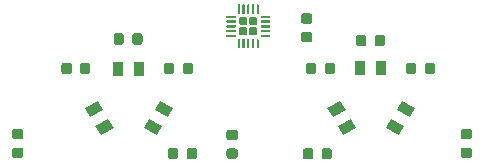
<source format=gbp>
G04 #@! TF.GenerationSoftware,KiCad,Pcbnew,(5.1.0)-1*
G04 #@! TF.CreationDate,2019-07-19T02:45:30-06:00*
G04 #@! TF.ProjectId,theremini,74686572-656d-4696-9e69-2e6b69636164,rev?*
G04 #@! TF.SameCoordinates,PX7b85180PY1758900*
G04 #@! TF.FileFunction,Paste,Bot*
G04 #@! TF.FilePolarity,Positive*
%FSLAX46Y46*%
G04 Gerber Fmt 4.6, Leading zero omitted, Abs format (unit mm)*
G04 Created by KiCad (PCBNEW (5.1.0)-1) date 2019-07-19 02:45:30*
%MOMM*%
%LPD*%
G04 APERTURE LIST*
%ADD10C,0.143431*%
%ADD11C,0.100000*%
%ADD12C,0.200000*%
%ADD13C,0.690000*%
%ADD14C,0.875000*%
%ADD15C,0.889000*%
%ADD16R,0.889000X1.270000*%
G04 APERTURE END LIST*
D10*
X25410000Y-6930000D03*
D11*
G36*
X25350245Y-7329039D02*
G01*
X25340866Y-7326194D01*
X25332221Y-7321573D01*
X25324645Y-7315355D01*
X25318427Y-7307779D01*
X25313806Y-7299134D01*
X25310961Y-7289755D01*
X25310000Y-7280000D01*
X25310000Y-6580000D01*
X25310961Y-6570245D01*
X25313806Y-6560866D01*
X25318427Y-6552221D01*
X25324645Y-6544645D01*
X25332221Y-6538427D01*
X25340866Y-6533806D01*
X25350245Y-6530961D01*
X25360000Y-6530000D01*
X25460000Y-6530000D01*
X25469755Y-6530961D01*
X25479134Y-6533806D01*
X25487779Y-6538427D01*
X25495355Y-6544645D01*
X25501573Y-6552221D01*
X25506194Y-6560866D01*
X25509039Y-6570245D01*
X25510000Y-6580000D01*
X25510000Y-7229289D01*
X25509039Y-7239044D01*
X25506194Y-7248423D01*
X25501573Y-7257068D01*
X25495355Y-7264644D01*
X25444644Y-7315355D01*
X25437068Y-7321573D01*
X25428423Y-7326194D01*
X25419044Y-7329039D01*
X25409289Y-7330000D01*
X25360000Y-7330000D01*
X25350245Y-7329039D01*
X25350245Y-7329039D01*
G37*
G36*
X25064901Y-6530241D02*
G01*
X25069755Y-6530961D01*
X25074514Y-6532153D01*
X25079134Y-6533806D01*
X25083570Y-6535904D01*
X25087779Y-6538427D01*
X25091720Y-6541349D01*
X25095355Y-6544645D01*
X25098651Y-6548280D01*
X25101573Y-6552221D01*
X25104096Y-6556430D01*
X25106194Y-6560866D01*
X25107847Y-6565486D01*
X25109039Y-6570245D01*
X25109759Y-6575099D01*
X25110000Y-6580000D01*
X25110000Y-7280000D01*
X25109759Y-7284901D01*
X25109039Y-7289755D01*
X25107847Y-7294514D01*
X25106194Y-7299134D01*
X25104096Y-7303570D01*
X25101573Y-7307779D01*
X25098651Y-7311720D01*
X25095355Y-7315355D01*
X25091720Y-7318651D01*
X25087779Y-7321573D01*
X25083570Y-7324096D01*
X25079134Y-7326194D01*
X25074514Y-7327847D01*
X25069755Y-7329039D01*
X25064901Y-7329759D01*
X25060000Y-7330000D01*
X24960000Y-7330000D01*
X24955099Y-7329759D01*
X24950245Y-7329039D01*
X24945486Y-7327847D01*
X24940866Y-7326194D01*
X24936430Y-7324096D01*
X24932221Y-7321573D01*
X24928280Y-7318651D01*
X24924645Y-7315355D01*
X24921349Y-7311720D01*
X24918427Y-7307779D01*
X24915904Y-7303570D01*
X24913806Y-7299134D01*
X24912153Y-7294514D01*
X24910961Y-7289755D01*
X24910241Y-7284901D01*
X24910000Y-7280000D01*
X24910000Y-6580000D01*
X24910241Y-6575099D01*
X24910961Y-6570245D01*
X24912153Y-6565486D01*
X24913806Y-6560866D01*
X24915904Y-6556430D01*
X24918427Y-6552221D01*
X24921349Y-6548280D01*
X24924645Y-6544645D01*
X24928280Y-6541349D01*
X24932221Y-6538427D01*
X24936430Y-6535904D01*
X24940866Y-6533806D01*
X24945486Y-6532153D01*
X24950245Y-6530961D01*
X24955099Y-6530241D01*
X24960000Y-6530000D01*
X25060000Y-6530000D01*
X25064901Y-6530241D01*
X25064901Y-6530241D01*
G37*
D12*
X25010000Y-6930000D03*
D11*
G36*
X24664901Y-6530241D02*
G01*
X24669755Y-6530961D01*
X24674514Y-6532153D01*
X24679134Y-6533806D01*
X24683570Y-6535904D01*
X24687779Y-6538427D01*
X24691720Y-6541349D01*
X24695355Y-6544645D01*
X24698651Y-6548280D01*
X24701573Y-6552221D01*
X24704096Y-6556430D01*
X24706194Y-6560866D01*
X24707847Y-6565486D01*
X24709039Y-6570245D01*
X24709759Y-6575099D01*
X24710000Y-6580000D01*
X24710000Y-7280000D01*
X24709759Y-7284901D01*
X24709039Y-7289755D01*
X24707847Y-7294514D01*
X24706194Y-7299134D01*
X24704096Y-7303570D01*
X24701573Y-7307779D01*
X24698651Y-7311720D01*
X24695355Y-7315355D01*
X24691720Y-7318651D01*
X24687779Y-7321573D01*
X24683570Y-7324096D01*
X24679134Y-7326194D01*
X24674514Y-7327847D01*
X24669755Y-7329039D01*
X24664901Y-7329759D01*
X24660000Y-7330000D01*
X24560000Y-7330000D01*
X24555099Y-7329759D01*
X24550245Y-7329039D01*
X24545486Y-7327847D01*
X24540866Y-7326194D01*
X24536430Y-7324096D01*
X24532221Y-7321573D01*
X24528280Y-7318651D01*
X24524645Y-7315355D01*
X24521349Y-7311720D01*
X24518427Y-7307779D01*
X24515904Y-7303570D01*
X24513806Y-7299134D01*
X24512153Y-7294514D01*
X24510961Y-7289755D01*
X24510241Y-7284901D01*
X24510000Y-7280000D01*
X24510000Y-6580000D01*
X24510241Y-6575099D01*
X24510961Y-6570245D01*
X24512153Y-6565486D01*
X24513806Y-6560866D01*
X24515904Y-6556430D01*
X24518427Y-6552221D01*
X24521349Y-6548280D01*
X24524645Y-6544645D01*
X24528280Y-6541349D01*
X24532221Y-6538427D01*
X24536430Y-6535904D01*
X24540866Y-6533806D01*
X24545486Y-6532153D01*
X24550245Y-6530961D01*
X24555099Y-6530241D01*
X24560000Y-6530000D01*
X24660000Y-6530000D01*
X24664901Y-6530241D01*
X24664901Y-6530241D01*
G37*
D12*
X24610000Y-6930000D03*
D11*
G36*
X24264901Y-6530241D02*
G01*
X24269755Y-6530961D01*
X24274514Y-6532153D01*
X24279134Y-6533806D01*
X24283570Y-6535904D01*
X24287779Y-6538427D01*
X24291720Y-6541349D01*
X24295355Y-6544645D01*
X24298651Y-6548280D01*
X24301573Y-6552221D01*
X24304096Y-6556430D01*
X24306194Y-6560866D01*
X24307847Y-6565486D01*
X24309039Y-6570245D01*
X24309759Y-6575099D01*
X24310000Y-6580000D01*
X24310000Y-7280000D01*
X24309759Y-7284901D01*
X24309039Y-7289755D01*
X24307847Y-7294514D01*
X24306194Y-7299134D01*
X24304096Y-7303570D01*
X24301573Y-7307779D01*
X24298651Y-7311720D01*
X24295355Y-7315355D01*
X24291720Y-7318651D01*
X24287779Y-7321573D01*
X24283570Y-7324096D01*
X24279134Y-7326194D01*
X24274514Y-7327847D01*
X24269755Y-7329039D01*
X24264901Y-7329759D01*
X24260000Y-7330000D01*
X24160000Y-7330000D01*
X24155099Y-7329759D01*
X24150245Y-7329039D01*
X24145486Y-7327847D01*
X24140866Y-7326194D01*
X24136430Y-7324096D01*
X24132221Y-7321573D01*
X24128280Y-7318651D01*
X24124645Y-7315355D01*
X24121349Y-7311720D01*
X24118427Y-7307779D01*
X24115904Y-7303570D01*
X24113806Y-7299134D01*
X24112153Y-7294514D01*
X24110961Y-7289755D01*
X24110241Y-7284901D01*
X24110000Y-7280000D01*
X24110000Y-6580000D01*
X24110241Y-6575099D01*
X24110961Y-6570245D01*
X24112153Y-6565486D01*
X24113806Y-6560866D01*
X24115904Y-6556430D01*
X24118427Y-6552221D01*
X24121349Y-6548280D01*
X24124645Y-6544645D01*
X24128280Y-6541349D01*
X24132221Y-6538427D01*
X24136430Y-6535904D01*
X24140866Y-6533806D01*
X24145486Y-6532153D01*
X24150245Y-6530961D01*
X24155099Y-6530241D01*
X24160000Y-6530000D01*
X24260000Y-6530000D01*
X24264901Y-6530241D01*
X24264901Y-6530241D01*
G37*
D12*
X24210000Y-6930000D03*
D10*
X23810000Y-6930000D03*
D11*
G36*
X23800956Y-7329039D02*
G01*
X23791577Y-7326194D01*
X23782932Y-7321573D01*
X23775356Y-7315355D01*
X23724645Y-7264644D01*
X23718427Y-7257068D01*
X23713806Y-7248423D01*
X23710961Y-7239044D01*
X23710000Y-7229289D01*
X23710000Y-6580000D01*
X23710961Y-6570245D01*
X23713806Y-6560866D01*
X23718427Y-6552221D01*
X23724645Y-6544645D01*
X23732221Y-6538427D01*
X23740866Y-6533806D01*
X23750245Y-6530961D01*
X23760000Y-6530000D01*
X23860000Y-6530000D01*
X23869755Y-6530961D01*
X23879134Y-6533806D01*
X23887779Y-6538427D01*
X23895355Y-6544645D01*
X23901573Y-6552221D01*
X23906194Y-6560866D01*
X23909039Y-6570245D01*
X23910000Y-6580000D01*
X23910000Y-7280000D01*
X23909039Y-7289755D01*
X23906194Y-7299134D01*
X23901573Y-7307779D01*
X23895355Y-7315355D01*
X23887779Y-7321573D01*
X23879134Y-7326194D01*
X23869755Y-7329039D01*
X23860000Y-7330000D01*
X23810711Y-7330000D01*
X23800956Y-7329039D01*
X23800956Y-7329039D01*
G37*
D10*
X23160000Y-7580000D03*
D11*
G36*
X22800245Y-7679039D02*
G01*
X22790866Y-7676194D01*
X22782221Y-7671573D01*
X22774645Y-7665355D01*
X22768427Y-7657779D01*
X22763806Y-7649134D01*
X22760961Y-7639755D01*
X22760000Y-7630000D01*
X22760000Y-7530000D01*
X22760961Y-7520245D01*
X22763806Y-7510866D01*
X22768427Y-7502221D01*
X22774645Y-7494645D01*
X22782221Y-7488427D01*
X22790866Y-7483806D01*
X22800245Y-7480961D01*
X22810000Y-7480000D01*
X23459289Y-7480000D01*
X23469044Y-7480961D01*
X23478423Y-7483806D01*
X23487068Y-7488427D01*
X23494644Y-7494645D01*
X23545355Y-7545356D01*
X23551573Y-7552932D01*
X23556194Y-7561577D01*
X23559039Y-7570956D01*
X23560000Y-7580711D01*
X23560000Y-7630000D01*
X23559039Y-7639755D01*
X23556194Y-7649134D01*
X23551573Y-7657779D01*
X23545355Y-7665355D01*
X23537779Y-7671573D01*
X23529134Y-7676194D01*
X23519755Y-7679039D01*
X23510000Y-7680000D01*
X22810000Y-7680000D01*
X22800245Y-7679039D01*
X22800245Y-7679039D01*
G37*
G36*
X23514901Y-7880241D02*
G01*
X23519755Y-7880961D01*
X23524514Y-7882153D01*
X23529134Y-7883806D01*
X23533570Y-7885904D01*
X23537779Y-7888427D01*
X23541720Y-7891349D01*
X23545355Y-7894645D01*
X23548651Y-7898280D01*
X23551573Y-7902221D01*
X23554096Y-7906430D01*
X23556194Y-7910866D01*
X23557847Y-7915486D01*
X23559039Y-7920245D01*
X23559759Y-7925099D01*
X23560000Y-7930000D01*
X23560000Y-8030000D01*
X23559759Y-8034901D01*
X23559039Y-8039755D01*
X23557847Y-8044514D01*
X23556194Y-8049134D01*
X23554096Y-8053570D01*
X23551573Y-8057779D01*
X23548651Y-8061720D01*
X23545355Y-8065355D01*
X23541720Y-8068651D01*
X23537779Y-8071573D01*
X23533570Y-8074096D01*
X23529134Y-8076194D01*
X23524514Y-8077847D01*
X23519755Y-8079039D01*
X23514901Y-8079759D01*
X23510000Y-8080000D01*
X22810000Y-8080000D01*
X22805099Y-8079759D01*
X22800245Y-8079039D01*
X22795486Y-8077847D01*
X22790866Y-8076194D01*
X22786430Y-8074096D01*
X22782221Y-8071573D01*
X22778280Y-8068651D01*
X22774645Y-8065355D01*
X22771349Y-8061720D01*
X22768427Y-8057779D01*
X22765904Y-8053570D01*
X22763806Y-8049134D01*
X22762153Y-8044514D01*
X22760961Y-8039755D01*
X22760241Y-8034901D01*
X22760000Y-8030000D01*
X22760000Y-7930000D01*
X22760241Y-7925099D01*
X22760961Y-7920245D01*
X22762153Y-7915486D01*
X22763806Y-7910866D01*
X22765904Y-7906430D01*
X22768427Y-7902221D01*
X22771349Y-7898280D01*
X22774645Y-7894645D01*
X22778280Y-7891349D01*
X22782221Y-7888427D01*
X22786430Y-7885904D01*
X22790866Y-7883806D01*
X22795486Y-7882153D01*
X22800245Y-7880961D01*
X22805099Y-7880241D01*
X22810000Y-7880000D01*
X23510000Y-7880000D01*
X23514901Y-7880241D01*
X23514901Y-7880241D01*
G37*
D12*
X23160000Y-7980000D03*
D11*
G36*
X23514901Y-8280241D02*
G01*
X23519755Y-8280961D01*
X23524514Y-8282153D01*
X23529134Y-8283806D01*
X23533570Y-8285904D01*
X23537779Y-8288427D01*
X23541720Y-8291349D01*
X23545355Y-8294645D01*
X23548651Y-8298280D01*
X23551573Y-8302221D01*
X23554096Y-8306430D01*
X23556194Y-8310866D01*
X23557847Y-8315486D01*
X23559039Y-8320245D01*
X23559759Y-8325099D01*
X23560000Y-8330000D01*
X23560000Y-8430000D01*
X23559759Y-8434901D01*
X23559039Y-8439755D01*
X23557847Y-8444514D01*
X23556194Y-8449134D01*
X23554096Y-8453570D01*
X23551573Y-8457779D01*
X23548651Y-8461720D01*
X23545355Y-8465355D01*
X23541720Y-8468651D01*
X23537779Y-8471573D01*
X23533570Y-8474096D01*
X23529134Y-8476194D01*
X23524514Y-8477847D01*
X23519755Y-8479039D01*
X23514901Y-8479759D01*
X23510000Y-8480000D01*
X22810000Y-8480000D01*
X22805099Y-8479759D01*
X22800245Y-8479039D01*
X22795486Y-8477847D01*
X22790866Y-8476194D01*
X22786430Y-8474096D01*
X22782221Y-8471573D01*
X22778280Y-8468651D01*
X22774645Y-8465355D01*
X22771349Y-8461720D01*
X22768427Y-8457779D01*
X22765904Y-8453570D01*
X22763806Y-8449134D01*
X22762153Y-8444514D01*
X22760961Y-8439755D01*
X22760241Y-8434901D01*
X22760000Y-8430000D01*
X22760000Y-8330000D01*
X22760241Y-8325099D01*
X22760961Y-8320245D01*
X22762153Y-8315486D01*
X22763806Y-8310866D01*
X22765904Y-8306430D01*
X22768427Y-8302221D01*
X22771349Y-8298280D01*
X22774645Y-8294645D01*
X22778280Y-8291349D01*
X22782221Y-8288427D01*
X22786430Y-8285904D01*
X22790866Y-8283806D01*
X22795486Y-8282153D01*
X22800245Y-8280961D01*
X22805099Y-8280241D01*
X22810000Y-8280000D01*
X23510000Y-8280000D01*
X23514901Y-8280241D01*
X23514901Y-8280241D01*
G37*
D12*
X23160000Y-8380000D03*
D11*
G36*
X23514901Y-8680241D02*
G01*
X23519755Y-8680961D01*
X23524514Y-8682153D01*
X23529134Y-8683806D01*
X23533570Y-8685904D01*
X23537779Y-8688427D01*
X23541720Y-8691349D01*
X23545355Y-8694645D01*
X23548651Y-8698280D01*
X23551573Y-8702221D01*
X23554096Y-8706430D01*
X23556194Y-8710866D01*
X23557847Y-8715486D01*
X23559039Y-8720245D01*
X23559759Y-8725099D01*
X23560000Y-8730000D01*
X23560000Y-8830000D01*
X23559759Y-8834901D01*
X23559039Y-8839755D01*
X23557847Y-8844514D01*
X23556194Y-8849134D01*
X23554096Y-8853570D01*
X23551573Y-8857779D01*
X23548651Y-8861720D01*
X23545355Y-8865355D01*
X23541720Y-8868651D01*
X23537779Y-8871573D01*
X23533570Y-8874096D01*
X23529134Y-8876194D01*
X23524514Y-8877847D01*
X23519755Y-8879039D01*
X23514901Y-8879759D01*
X23510000Y-8880000D01*
X22810000Y-8880000D01*
X22805099Y-8879759D01*
X22800245Y-8879039D01*
X22795486Y-8877847D01*
X22790866Y-8876194D01*
X22786430Y-8874096D01*
X22782221Y-8871573D01*
X22778280Y-8868651D01*
X22774645Y-8865355D01*
X22771349Y-8861720D01*
X22768427Y-8857779D01*
X22765904Y-8853570D01*
X22763806Y-8849134D01*
X22762153Y-8844514D01*
X22760961Y-8839755D01*
X22760241Y-8834901D01*
X22760000Y-8830000D01*
X22760000Y-8730000D01*
X22760241Y-8725099D01*
X22760961Y-8720245D01*
X22762153Y-8715486D01*
X22763806Y-8710866D01*
X22765904Y-8706430D01*
X22768427Y-8702221D01*
X22771349Y-8698280D01*
X22774645Y-8694645D01*
X22778280Y-8691349D01*
X22782221Y-8688427D01*
X22786430Y-8685904D01*
X22790866Y-8683806D01*
X22795486Y-8682153D01*
X22800245Y-8680961D01*
X22805099Y-8680241D01*
X22810000Y-8680000D01*
X23510000Y-8680000D01*
X23514901Y-8680241D01*
X23514901Y-8680241D01*
G37*
D12*
X23160000Y-8780000D03*
D10*
X23160000Y-9180000D03*
D11*
G36*
X22800245Y-9279039D02*
G01*
X22790866Y-9276194D01*
X22782221Y-9271573D01*
X22774645Y-9265355D01*
X22768427Y-9257779D01*
X22763806Y-9249134D01*
X22760961Y-9239755D01*
X22760000Y-9230000D01*
X22760000Y-9130000D01*
X22760961Y-9120245D01*
X22763806Y-9110866D01*
X22768427Y-9102221D01*
X22774645Y-9094645D01*
X22782221Y-9088427D01*
X22790866Y-9083806D01*
X22800245Y-9080961D01*
X22810000Y-9080000D01*
X23510000Y-9080000D01*
X23519755Y-9080961D01*
X23529134Y-9083806D01*
X23537779Y-9088427D01*
X23545355Y-9094645D01*
X23551573Y-9102221D01*
X23556194Y-9110866D01*
X23559039Y-9120245D01*
X23560000Y-9130000D01*
X23560000Y-9179289D01*
X23559039Y-9189044D01*
X23556194Y-9198423D01*
X23551573Y-9207068D01*
X23545355Y-9214644D01*
X23494644Y-9265355D01*
X23487068Y-9271573D01*
X23478423Y-9276194D01*
X23469044Y-9279039D01*
X23459289Y-9280000D01*
X22810000Y-9280000D01*
X22800245Y-9279039D01*
X22800245Y-9279039D01*
G37*
D10*
X23810000Y-9830000D03*
D11*
G36*
X23750245Y-10229039D02*
G01*
X23740866Y-10226194D01*
X23732221Y-10221573D01*
X23724645Y-10215355D01*
X23718427Y-10207779D01*
X23713806Y-10199134D01*
X23710961Y-10189755D01*
X23710000Y-10180000D01*
X23710000Y-9530711D01*
X23710961Y-9520956D01*
X23713806Y-9511577D01*
X23718427Y-9502932D01*
X23724645Y-9495356D01*
X23775356Y-9444645D01*
X23782932Y-9438427D01*
X23791577Y-9433806D01*
X23800956Y-9430961D01*
X23810711Y-9430000D01*
X23860000Y-9430000D01*
X23869755Y-9430961D01*
X23879134Y-9433806D01*
X23887779Y-9438427D01*
X23895355Y-9444645D01*
X23901573Y-9452221D01*
X23906194Y-9460866D01*
X23909039Y-9470245D01*
X23910000Y-9480000D01*
X23910000Y-10180000D01*
X23909039Y-10189755D01*
X23906194Y-10199134D01*
X23901573Y-10207779D01*
X23895355Y-10215355D01*
X23887779Y-10221573D01*
X23879134Y-10226194D01*
X23869755Y-10229039D01*
X23860000Y-10230000D01*
X23760000Y-10230000D01*
X23750245Y-10229039D01*
X23750245Y-10229039D01*
G37*
G36*
X24264901Y-9430241D02*
G01*
X24269755Y-9430961D01*
X24274514Y-9432153D01*
X24279134Y-9433806D01*
X24283570Y-9435904D01*
X24287779Y-9438427D01*
X24291720Y-9441349D01*
X24295355Y-9444645D01*
X24298651Y-9448280D01*
X24301573Y-9452221D01*
X24304096Y-9456430D01*
X24306194Y-9460866D01*
X24307847Y-9465486D01*
X24309039Y-9470245D01*
X24309759Y-9475099D01*
X24310000Y-9480000D01*
X24310000Y-10180000D01*
X24309759Y-10184901D01*
X24309039Y-10189755D01*
X24307847Y-10194514D01*
X24306194Y-10199134D01*
X24304096Y-10203570D01*
X24301573Y-10207779D01*
X24298651Y-10211720D01*
X24295355Y-10215355D01*
X24291720Y-10218651D01*
X24287779Y-10221573D01*
X24283570Y-10224096D01*
X24279134Y-10226194D01*
X24274514Y-10227847D01*
X24269755Y-10229039D01*
X24264901Y-10229759D01*
X24260000Y-10230000D01*
X24160000Y-10230000D01*
X24155099Y-10229759D01*
X24150245Y-10229039D01*
X24145486Y-10227847D01*
X24140866Y-10226194D01*
X24136430Y-10224096D01*
X24132221Y-10221573D01*
X24128280Y-10218651D01*
X24124645Y-10215355D01*
X24121349Y-10211720D01*
X24118427Y-10207779D01*
X24115904Y-10203570D01*
X24113806Y-10199134D01*
X24112153Y-10194514D01*
X24110961Y-10189755D01*
X24110241Y-10184901D01*
X24110000Y-10180000D01*
X24110000Y-9480000D01*
X24110241Y-9475099D01*
X24110961Y-9470245D01*
X24112153Y-9465486D01*
X24113806Y-9460866D01*
X24115904Y-9456430D01*
X24118427Y-9452221D01*
X24121349Y-9448280D01*
X24124645Y-9444645D01*
X24128280Y-9441349D01*
X24132221Y-9438427D01*
X24136430Y-9435904D01*
X24140866Y-9433806D01*
X24145486Y-9432153D01*
X24150245Y-9430961D01*
X24155099Y-9430241D01*
X24160000Y-9430000D01*
X24260000Y-9430000D01*
X24264901Y-9430241D01*
X24264901Y-9430241D01*
G37*
D12*
X24210000Y-9830000D03*
D11*
G36*
X24664901Y-9430241D02*
G01*
X24669755Y-9430961D01*
X24674514Y-9432153D01*
X24679134Y-9433806D01*
X24683570Y-9435904D01*
X24687779Y-9438427D01*
X24691720Y-9441349D01*
X24695355Y-9444645D01*
X24698651Y-9448280D01*
X24701573Y-9452221D01*
X24704096Y-9456430D01*
X24706194Y-9460866D01*
X24707847Y-9465486D01*
X24709039Y-9470245D01*
X24709759Y-9475099D01*
X24710000Y-9480000D01*
X24710000Y-10180000D01*
X24709759Y-10184901D01*
X24709039Y-10189755D01*
X24707847Y-10194514D01*
X24706194Y-10199134D01*
X24704096Y-10203570D01*
X24701573Y-10207779D01*
X24698651Y-10211720D01*
X24695355Y-10215355D01*
X24691720Y-10218651D01*
X24687779Y-10221573D01*
X24683570Y-10224096D01*
X24679134Y-10226194D01*
X24674514Y-10227847D01*
X24669755Y-10229039D01*
X24664901Y-10229759D01*
X24660000Y-10230000D01*
X24560000Y-10230000D01*
X24555099Y-10229759D01*
X24550245Y-10229039D01*
X24545486Y-10227847D01*
X24540866Y-10226194D01*
X24536430Y-10224096D01*
X24532221Y-10221573D01*
X24528280Y-10218651D01*
X24524645Y-10215355D01*
X24521349Y-10211720D01*
X24518427Y-10207779D01*
X24515904Y-10203570D01*
X24513806Y-10199134D01*
X24512153Y-10194514D01*
X24510961Y-10189755D01*
X24510241Y-10184901D01*
X24510000Y-10180000D01*
X24510000Y-9480000D01*
X24510241Y-9475099D01*
X24510961Y-9470245D01*
X24512153Y-9465486D01*
X24513806Y-9460866D01*
X24515904Y-9456430D01*
X24518427Y-9452221D01*
X24521349Y-9448280D01*
X24524645Y-9444645D01*
X24528280Y-9441349D01*
X24532221Y-9438427D01*
X24536430Y-9435904D01*
X24540866Y-9433806D01*
X24545486Y-9432153D01*
X24550245Y-9430961D01*
X24555099Y-9430241D01*
X24560000Y-9430000D01*
X24660000Y-9430000D01*
X24664901Y-9430241D01*
X24664901Y-9430241D01*
G37*
D12*
X24610000Y-9830000D03*
D11*
G36*
X25064901Y-9430241D02*
G01*
X25069755Y-9430961D01*
X25074514Y-9432153D01*
X25079134Y-9433806D01*
X25083570Y-9435904D01*
X25087779Y-9438427D01*
X25091720Y-9441349D01*
X25095355Y-9444645D01*
X25098651Y-9448280D01*
X25101573Y-9452221D01*
X25104096Y-9456430D01*
X25106194Y-9460866D01*
X25107847Y-9465486D01*
X25109039Y-9470245D01*
X25109759Y-9475099D01*
X25110000Y-9480000D01*
X25110000Y-10180000D01*
X25109759Y-10184901D01*
X25109039Y-10189755D01*
X25107847Y-10194514D01*
X25106194Y-10199134D01*
X25104096Y-10203570D01*
X25101573Y-10207779D01*
X25098651Y-10211720D01*
X25095355Y-10215355D01*
X25091720Y-10218651D01*
X25087779Y-10221573D01*
X25083570Y-10224096D01*
X25079134Y-10226194D01*
X25074514Y-10227847D01*
X25069755Y-10229039D01*
X25064901Y-10229759D01*
X25060000Y-10230000D01*
X24960000Y-10230000D01*
X24955099Y-10229759D01*
X24950245Y-10229039D01*
X24945486Y-10227847D01*
X24940866Y-10226194D01*
X24936430Y-10224096D01*
X24932221Y-10221573D01*
X24928280Y-10218651D01*
X24924645Y-10215355D01*
X24921349Y-10211720D01*
X24918427Y-10207779D01*
X24915904Y-10203570D01*
X24913806Y-10199134D01*
X24912153Y-10194514D01*
X24910961Y-10189755D01*
X24910241Y-10184901D01*
X24910000Y-10180000D01*
X24910000Y-9480000D01*
X24910241Y-9475099D01*
X24910961Y-9470245D01*
X24912153Y-9465486D01*
X24913806Y-9460866D01*
X24915904Y-9456430D01*
X24918427Y-9452221D01*
X24921349Y-9448280D01*
X24924645Y-9444645D01*
X24928280Y-9441349D01*
X24932221Y-9438427D01*
X24936430Y-9435904D01*
X24940866Y-9433806D01*
X24945486Y-9432153D01*
X24950245Y-9430961D01*
X24955099Y-9430241D01*
X24960000Y-9430000D01*
X25060000Y-9430000D01*
X25064901Y-9430241D01*
X25064901Y-9430241D01*
G37*
D12*
X25010000Y-9830000D03*
D10*
X25410000Y-9830000D03*
D11*
G36*
X25350245Y-10229039D02*
G01*
X25340866Y-10226194D01*
X25332221Y-10221573D01*
X25324645Y-10215355D01*
X25318427Y-10207779D01*
X25313806Y-10199134D01*
X25310961Y-10189755D01*
X25310000Y-10180000D01*
X25310000Y-9480000D01*
X25310961Y-9470245D01*
X25313806Y-9460866D01*
X25318427Y-9452221D01*
X25324645Y-9444645D01*
X25332221Y-9438427D01*
X25340866Y-9433806D01*
X25350245Y-9430961D01*
X25360000Y-9430000D01*
X25409289Y-9430000D01*
X25419044Y-9430961D01*
X25428423Y-9433806D01*
X25437068Y-9438427D01*
X25444644Y-9444645D01*
X25495355Y-9495356D01*
X25501573Y-9502932D01*
X25506194Y-9511577D01*
X25509039Y-9520956D01*
X25510000Y-9530711D01*
X25510000Y-10180000D01*
X25509039Y-10189755D01*
X25506194Y-10199134D01*
X25501573Y-10207779D01*
X25495355Y-10215355D01*
X25487779Y-10221573D01*
X25479134Y-10226194D01*
X25469755Y-10229039D01*
X25460000Y-10230000D01*
X25360000Y-10230000D01*
X25350245Y-10229039D01*
X25350245Y-10229039D01*
G37*
D10*
X26060000Y-9180000D03*
D11*
G36*
X25750956Y-9279039D02*
G01*
X25741577Y-9276194D01*
X25732932Y-9271573D01*
X25725356Y-9265355D01*
X25674645Y-9214644D01*
X25668427Y-9207068D01*
X25663806Y-9198423D01*
X25660961Y-9189044D01*
X25660000Y-9179289D01*
X25660000Y-9130000D01*
X25660961Y-9120245D01*
X25663806Y-9110866D01*
X25668427Y-9102221D01*
X25674645Y-9094645D01*
X25682221Y-9088427D01*
X25690866Y-9083806D01*
X25700245Y-9080961D01*
X25710000Y-9080000D01*
X26410000Y-9080000D01*
X26419755Y-9080961D01*
X26429134Y-9083806D01*
X26437779Y-9088427D01*
X26445355Y-9094645D01*
X26451573Y-9102221D01*
X26456194Y-9110866D01*
X26459039Y-9120245D01*
X26460000Y-9130000D01*
X26460000Y-9230000D01*
X26459039Y-9239755D01*
X26456194Y-9249134D01*
X26451573Y-9257779D01*
X26445355Y-9265355D01*
X26437779Y-9271573D01*
X26429134Y-9276194D01*
X26419755Y-9279039D01*
X26410000Y-9280000D01*
X25760711Y-9280000D01*
X25750956Y-9279039D01*
X25750956Y-9279039D01*
G37*
G36*
X26414901Y-8680241D02*
G01*
X26419755Y-8680961D01*
X26424514Y-8682153D01*
X26429134Y-8683806D01*
X26433570Y-8685904D01*
X26437779Y-8688427D01*
X26441720Y-8691349D01*
X26445355Y-8694645D01*
X26448651Y-8698280D01*
X26451573Y-8702221D01*
X26454096Y-8706430D01*
X26456194Y-8710866D01*
X26457847Y-8715486D01*
X26459039Y-8720245D01*
X26459759Y-8725099D01*
X26460000Y-8730000D01*
X26460000Y-8830000D01*
X26459759Y-8834901D01*
X26459039Y-8839755D01*
X26457847Y-8844514D01*
X26456194Y-8849134D01*
X26454096Y-8853570D01*
X26451573Y-8857779D01*
X26448651Y-8861720D01*
X26445355Y-8865355D01*
X26441720Y-8868651D01*
X26437779Y-8871573D01*
X26433570Y-8874096D01*
X26429134Y-8876194D01*
X26424514Y-8877847D01*
X26419755Y-8879039D01*
X26414901Y-8879759D01*
X26410000Y-8880000D01*
X25710000Y-8880000D01*
X25705099Y-8879759D01*
X25700245Y-8879039D01*
X25695486Y-8877847D01*
X25690866Y-8876194D01*
X25686430Y-8874096D01*
X25682221Y-8871573D01*
X25678280Y-8868651D01*
X25674645Y-8865355D01*
X25671349Y-8861720D01*
X25668427Y-8857779D01*
X25665904Y-8853570D01*
X25663806Y-8849134D01*
X25662153Y-8844514D01*
X25660961Y-8839755D01*
X25660241Y-8834901D01*
X25660000Y-8830000D01*
X25660000Y-8730000D01*
X25660241Y-8725099D01*
X25660961Y-8720245D01*
X25662153Y-8715486D01*
X25663806Y-8710866D01*
X25665904Y-8706430D01*
X25668427Y-8702221D01*
X25671349Y-8698280D01*
X25674645Y-8694645D01*
X25678280Y-8691349D01*
X25682221Y-8688427D01*
X25686430Y-8685904D01*
X25690866Y-8683806D01*
X25695486Y-8682153D01*
X25700245Y-8680961D01*
X25705099Y-8680241D01*
X25710000Y-8680000D01*
X26410000Y-8680000D01*
X26414901Y-8680241D01*
X26414901Y-8680241D01*
G37*
D12*
X26060000Y-8780000D03*
D11*
G36*
X26414901Y-8280241D02*
G01*
X26419755Y-8280961D01*
X26424514Y-8282153D01*
X26429134Y-8283806D01*
X26433570Y-8285904D01*
X26437779Y-8288427D01*
X26441720Y-8291349D01*
X26445355Y-8294645D01*
X26448651Y-8298280D01*
X26451573Y-8302221D01*
X26454096Y-8306430D01*
X26456194Y-8310866D01*
X26457847Y-8315486D01*
X26459039Y-8320245D01*
X26459759Y-8325099D01*
X26460000Y-8330000D01*
X26460000Y-8430000D01*
X26459759Y-8434901D01*
X26459039Y-8439755D01*
X26457847Y-8444514D01*
X26456194Y-8449134D01*
X26454096Y-8453570D01*
X26451573Y-8457779D01*
X26448651Y-8461720D01*
X26445355Y-8465355D01*
X26441720Y-8468651D01*
X26437779Y-8471573D01*
X26433570Y-8474096D01*
X26429134Y-8476194D01*
X26424514Y-8477847D01*
X26419755Y-8479039D01*
X26414901Y-8479759D01*
X26410000Y-8480000D01*
X25710000Y-8480000D01*
X25705099Y-8479759D01*
X25700245Y-8479039D01*
X25695486Y-8477847D01*
X25690866Y-8476194D01*
X25686430Y-8474096D01*
X25682221Y-8471573D01*
X25678280Y-8468651D01*
X25674645Y-8465355D01*
X25671349Y-8461720D01*
X25668427Y-8457779D01*
X25665904Y-8453570D01*
X25663806Y-8449134D01*
X25662153Y-8444514D01*
X25660961Y-8439755D01*
X25660241Y-8434901D01*
X25660000Y-8430000D01*
X25660000Y-8330000D01*
X25660241Y-8325099D01*
X25660961Y-8320245D01*
X25662153Y-8315486D01*
X25663806Y-8310866D01*
X25665904Y-8306430D01*
X25668427Y-8302221D01*
X25671349Y-8298280D01*
X25674645Y-8294645D01*
X25678280Y-8291349D01*
X25682221Y-8288427D01*
X25686430Y-8285904D01*
X25690866Y-8283806D01*
X25695486Y-8282153D01*
X25700245Y-8280961D01*
X25705099Y-8280241D01*
X25710000Y-8280000D01*
X26410000Y-8280000D01*
X26414901Y-8280241D01*
X26414901Y-8280241D01*
G37*
D12*
X26060000Y-8380000D03*
D11*
G36*
X26414901Y-7880241D02*
G01*
X26419755Y-7880961D01*
X26424514Y-7882153D01*
X26429134Y-7883806D01*
X26433570Y-7885904D01*
X26437779Y-7888427D01*
X26441720Y-7891349D01*
X26445355Y-7894645D01*
X26448651Y-7898280D01*
X26451573Y-7902221D01*
X26454096Y-7906430D01*
X26456194Y-7910866D01*
X26457847Y-7915486D01*
X26459039Y-7920245D01*
X26459759Y-7925099D01*
X26460000Y-7930000D01*
X26460000Y-8030000D01*
X26459759Y-8034901D01*
X26459039Y-8039755D01*
X26457847Y-8044514D01*
X26456194Y-8049134D01*
X26454096Y-8053570D01*
X26451573Y-8057779D01*
X26448651Y-8061720D01*
X26445355Y-8065355D01*
X26441720Y-8068651D01*
X26437779Y-8071573D01*
X26433570Y-8074096D01*
X26429134Y-8076194D01*
X26424514Y-8077847D01*
X26419755Y-8079039D01*
X26414901Y-8079759D01*
X26410000Y-8080000D01*
X25710000Y-8080000D01*
X25705099Y-8079759D01*
X25700245Y-8079039D01*
X25695486Y-8077847D01*
X25690866Y-8076194D01*
X25686430Y-8074096D01*
X25682221Y-8071573D01*
X25678280Y-8068651D01*
X25674645Y-8065355D01*
X25671349Y-8061720D01*
X25668427Y-8057779D01*
X25665904Y-8053570D01*
X25663806Y-8049134D01*
X25662153Y-8044514D01*
X25660961Y-8039755D01*
X25660241Y-8034901D01*
X25660000Y-8030000D01*
X25660000Y-7930000D01*
X25660241Y-7925099D01*
X25660961Y-7920245D01*
X25662153Y-7915486D01*
X25663806Y-7910866D01*
X25665904Y-7906430D01*
X25668427Y-7902221D01*
X25671349Y-7898280D01*
X25674645Y-7894645D01*
X25678280Y-7891349D01*
X25682221Y-7888427D01*
X25686430Y-7885904D01*
X25690866Y-7883806D01*
X25695486Y-7882153D01*
X25700245Y-7880961D01*
X25705099Y-7880241D01*
X25710000Y-7880000D01*
X26410000Y-7880000D01*
X26414901Y-7880241D01*
X26414901Y-7880241D01*
G37*
D12*
X26060000Y-7980000D03*
D10*
X26060000Y-7580000D03*
D11*
G36*
X25700245Y-7679039D02*
G01*
X25690866Y-7676194D01*
X25682221Y-7671573D01*
X25674645Y-7665355D01*
X25668427Y-7657779D01*
X25663806Y-7649134D01*
X25660961Y-7639755D01*
X25660000Y-7630000D01*
X25660000Y-7580711D01*
X25660961Y-7570956D01*
X25663806Y-7561577D01*
X25668427Y-7552932D01*
X25674645Y-7545356D01*
X25725356Y-7494645D01*
X25732932Y-7488427D01*
X25741577Y-7483806D01*
X25750956Y-7480961D01*
X25760711Y-7480000D01*
X26410000Y-7480000D01*
X26419755Y-7480961D01*
X26429134Y-7483806D01*
X26437779Y-7488427D01*
X26445355Y-7494645D01*
X26451573Y-7502221D01*
X26456194Y-7510866D01*
X26459039Y-7520245D01*
X26460000Y-7530000D01*
X26460000Y-7630000D01*
X26459039Y-7639755D01*
X26456194Y-7649134D01*
X26451573Y-7657779D01*
X26445355Y-7665355D01*
X26437779Y-7671573D01*
X26429134Y-7676194D01*
X26419755Y-7679039D01*
X26410000Y-7680000D01*
X25710000Y-7680000D01*
X25700245Y-7679039D01*
X25700245Y-7679039D01*
G37*
G36*
X24374408Y-8460831D02*
G01*
X24391153Y-8463315D01*
X24407574Y-8467428D01*
X24423513Y-8473131D01*
X24438816Y-8480369D01*
X24453336Y-8489071D01*
X24466933Y-8499156D01*
X24479476Y-8510524D01*
X24490844Y-8523067D01*
X24500929Y-8536664D01*
X24509631Y-8551184D01*
X24516869Y-8566487D01*
X24522572Y-8582426D01*
X24526685Y-8598847D01*
X24529169Y-8615592D01*
X24530000Y-8632500D01*
X24530000Y-8977500D01*
X24529169Y-8994408D01*
X24526685Y-9011153D01*
X24522572Y-9027574D01*
X24516869Y-9043513D01*
X24509631Y-9058816D01*
X24500929Y-9073336D01*
X24490844Y-9086933D01*
X24479476Y-9099476D01*
X24466933Y-9110844D01*
X24453336Y-9120929D01*
X24438816Y-9129631D01*
X24423513Y-9136869D01*
X24407574Y-9142572D01*
X24391153Y-9146685D01*
X24374408Y-9149169D01*
X24357500Y-9150000D01*
X24012500Y-9150000D01*
X23995592Y-9149169D01*
X23978847Y-9146685D01*
X23962426Y-9142572D01*
X23946487Y-9136869D01*
X23931184Y-9129631D01*
X23916664Y-9120929D01*
X23903067Y-9110844D01*
X23890524Y-9099476D01*
X23879156Y-9086933D01*
X23869071Y-9073336D01*
X23860369Y-9058816D01*
X23853131Y-9043513D01*
X23847428Y-9027574D01*
X23843315Y-9011153D01*
X23840831Y-8994408D01*
X23840000Y-8977500D01*
X23840000Y-8632500D01*
X23840831Y-8615592D01*
X23843315Y-8598847D01*
X23847428Y-8582426D01*
X23853131Y-8566487D01*
X23860369Y-8551184D01*
X23869071Y-8536664D01*
X23879156Y-8523067D01*
X23890524Y-8510524D01*
X23903067Y-8499156D01*
X23916664Y-8489071D01*
X23931184Y-8480369D01*
X23946487Y-8473131D01*
X23962426Y-8467428D01*
X23978847Y-8463315D01*
X23995592Y-8460831D01*
X24012500Y-8460000D01*
X24357500Y-8460000D01*
X24374408Y-8460831D01*
X24374408Y-8460831D01*
G37*
D13*
X24185000Y-8805000D03*
D11*
G36*
X24374408Y-7610831D02*
G01*
X24391153Y-7613315D01*
X24407574Y-7617428D01*
X24423513Y-7623131D01*
X24438816Y-7630369D01*
X24453336Y-7639071D01*
X24466933Y-7649156D01*
X24479476Y-7660524D01*
X24490844Y-7673067D01*
X24500929Y-7686664D01*
X24509631Y-7701184D01*
X24516869Y-7716487D01*
X24522572Y-7732426D01*
X24526685Y-7748847D01*
X24529169Y-7765592D01*
X24530000Y-7782500D01*
X24530000Y-8127500D01*
X24529169Y-8144408D01*
X24526685Y-8161153D01*
X24522572Y-8177574D01*
X24516869Y-8193513D01*
X24509631Y-8208816D01*
X24500929Y-8223336D01*
X24490844Y-8236933D01*
X24479476Y-8249476D01*
X24466933Y-8260844D01*
X24453336Y-8270929D01*
X24438816Y-8279631D01*
X24423513Y-8286869D01*
X24407574Y-8292572D01*
X24391153Y-8296685D01*
X24374408Y-8299169D01*
X24357500Y-8300000D01*
X24012500Y-8300000D01*
X23995592Y-8299169D01*
X23978847Y-8296685D01*
X23962426Y-8292572D01*
X23946487Y-8286869D01*
X23931184Y-8279631D01*
X23916664Y-8270929D01*
X23903067Y-8260844D01*
X23890524Y-8249476D01*
X23879156Y-8236933D01*
X23869071Y-8223336D01*
X23860369Y-8208816D01*
X23853131Y-8193513D01*
X23847428Y-8177574D01*
X23843315Y-8161153D01*
X23840831Y-8144408D01*
X23840000Y-8127500D01*
X23840000Y-7782500D01*
X23840831Y-7765592D01*
X23843315Y-7748847D01*
X23847428Y-7732426D01*
X23853131Y-7716487D01*
X23860369Y-7701184D01*
X23869071Y-7686664D01*
X23879156Y-7673067D01*
X23890524Y-7660524D01*
X23903067Y-7649156D01*
X23916664Y-7639071D01*
X23931184Y-7630369D01*
X23946487Y-7623131D01*
X23962426Y-7617428D01*
X23978847Y-7613315D01*
X23995592Y-7610831D01*
X24012500Y-7610000D01*
X24357500Y-7610000D01*
X24374408Y-7610831D01*
X24374408Y-7610831D01*
G37*
D13*
X24185000Y-7955000D03*
D11*
G36*
X25224408Y-8460831D02*
G01*
X25241153Y-8463315D01*
X25257574Y-8467428D01*
X25273513Y-8473131D01*
X25288816Y-8480369D01*
X25303336Y-8489071D01*
X25316933Y-8499156D01*
X25329476Y-8510524D01*
X25340844Y-8523067D01*
X25350929Y-8536664D01*
X25359631Y-8551184D01*
X25366869Y-8566487D01*
X25372572Y-8582426D01*
X25376685Y-8598847D01*
X25379169Y-8615592D01*
X25380000Y-8632500D01*
X25380000Y-8977500D01*
X25379169Y-8994408D01*
X25376685Y-9011153D01*
X25372572Y-9027574D01*
X25366869Y-9043513D01*
X25359631Y-9058816D01*
X25350929Y-9073336D01*
X25340844Y-9086933D01*
X25329476Y-9099476D01*
X25316933Y-9110844D01*
X25303336Y-9120929D01*
X25288816Y-9129631D01*
X25273513Y-9136869D01*
X25257574Y-9142572D01*
X25241153Y-9146685D01*
X25224408Y-9149169D01*
X25207500Y-9150000D01*
X24862500Y-9150000D01*
X24845592Y-9149169D01*
X24828847Y-9146685D01*
X24812426Y-9142572D01*
X24796487Y-9136869D01*
X24781184Y-9129631D01*
X24766664Y-9120929D01*
X24753067Y-9110844D01*
X24740524Y-9099476D01*
X24729156Y-9086933D01*
X24719071Y-9073336D01*
X24710369Y-9058816D01*
X24703131Y-9043513D01*
X24697428Y-9027574D01*
X24693315Y-9011153D01*
X24690831Y-8994408D01*
X24690000Y-8977500D01*
X24690000Y-8632500D01*
X24690831Y-8615592D01*
X24693315Y-8598847D01*
X24697428Y-8582426D01*
X24703131Y-8566487D01*
X24710369Y-8551184D01*
X24719071Y-8536664D01*
X24729156Y-8523067D01*
X24740524Y-8510524D01*
X24753067Y-8499156D01*
X24766664Y-8489071D01*
X24781184Y-8480369D01*
X24796487Y-8473131D01*
X24812426Y-8467428D01*
X24828847Y-8463315D01*
X24845592Y-8460831D01*
X24862500Y-8460000D01*
X25207500Y-8460000D01*
X25224408Y-8460831D01*
X25224408Y-8460831D01*
G37*
D13*
X25035000Y-8805000D03*
D11*
G36*
X25224408Y-7610831D02*
G01*
X25241153Y-7613315D01*
X25257574Y-7617428D01*
X25273513Y-7623131D01*
X25288816Y-7630369D01*
X25303336Y-7639071D01*
X25316933Y-7649156D01*
X25329476Y-7660524D01*
X25340844Y-7673067D01*
X25350929Y-7686664D01*
X25359631Y-7701184D01*
X25366869Y-7716487D01*
X25372572Y-7732426D01*
X25376685Y-7748847D01*
X25379169Y-7765592D01*
X25380000Y-7782500D01*
X25380000Y-8127500D01*
X25379169Y-8144408D01*
X25376685Y-8161153D01*
X25372572Y-8177574D01*
X25366869Y-8193513D01*
X25359631Y-8208816D01*
X25350929Y-8223336D01*
X25340844Y-8236933D01*
X25329476Y-8249476D01*
X25316933Y-8260844D01*
X25303336Y-8270929D01*
X25288816Y-8279631D01*
X25273513Y-8286869D01*
X25257574Y-8292572D01*
X25241153Y-8296685D01*
X25224408Y-8299169D01*
X25207500Y-8300000D01*
X24862500Y-8300000D01*
X24845592Y-8299169D01*
X24828847Y-8296685D01*
X24812426Y-8292572D01*
X24796487Y-8286869D01*
X24781184Y-8279631D01*
X24766664Y-8270929D01*
X24753067Y-8260844D01*
X24740524Y-8249476D01*
X24729156Y-8236933D01*
X24719071Y-8223336D01*
X24710369Y-8208816D01*
X24703131Y-8193513D01*
X24697428Y-8177574D01*
X24693315Y-8161153D01*
X24690831Y-8144408D01*
X24690000Y-8127500D01*
X24690000Y-7782500D01*
X24690831Y-7765592D01*
X24693315Y-7748847D01*
X24697428Y-7732426D01*
X24703131Y-7716487D01*
X24710369Y-7701184D01*
X24719071Y-7686664D01*
X24729156Y-7673067D01*
X24740524Y-7660524D01*
X24753067Y-7649156D01*
X24766664Y-7639071D01*
X24781184Y-7630369D01*
X24796487Y-7623131D01*
X24812426Y-7617428D01*
X24828847Y-7613315D01*
X24845592Y-7610831D01*
X24862500Y-7610000D01*
X25207500Y-7610000D01*
X25224408Y-7610831D01*
X25224408Y-7610831D01*
G37*
D13*
X25035000Y-7955000D03*
D11*
G36*
X43347691Y-17066053D02*
G01*
X43368926Y-17069203D01*
X43389750Y-17074419D01*
X43409962Y-17081651D01*
X43429368Y-17090830D01*
X43447781Y-17101866D01*
X43465024Y-17114654D01*
X43480930Y-17129070D01*
X43495346Y-17144976D01*
X43508134Y-17162219D01*
X43519170Y-17180632D01*
X43528349Y-17200038D01*
X43535581Y-17220250D01*
X43540797Y-17241074D01*
X43543947Y-17262309D01*
X43545000Y-17283750D01*
X43545000Y-17721250D01*
X43543947Y-17742691D01*
X43540797Y-17763926D01*
X43535581Y-17784750D01*
X43528349Y-17804962D01*
X43519170Y-17824368D01*
X43508134Y-17842781D01*
X43495346Y-17860024D01*
X43480930Y-17875930D01*
X43465024Y-17890346D01*
X43447781Y-17903134D01*
X43429368Y-17914170D01*
X43409962Y-17923349D01*
X43389750Y-17930581D01*
X43368926Y-17935797D01*
X43347691Y-17938947D01*
X43326250Y-17940000D01*
X42813750Y-17940000D01*
X42792309Y-17938947D01*
X42771074Y-17935797D01*
X42750250Y-17930581D01*
X42730038Y-17923349D01*
X42710632Y-17914170D01*
X42692219Y-17903134D01*
X42674976Y-17890346D01*
X42659070Y-17875930D01*
X42644654Y-17860024D01*
X42631866Y-17842781D01*
X42620830Y-17824368D01*
X42611651Y-17804962D01*
X42604419Y-17784750D01*
X42599203Y-17763926D01*
X42596053Y-17742691D01*
X42595000Y-17721250D01*
X42595000Y-17283750D01*
X42596053Y-17262309D01*
X42599203Y-17241074D01*
X42604419Y-17220250D01*
X42611651Y-17200038D01*
X42620830Y-17180632D01*
X42631866Y-17162219D01*
X42644654Y-17144976D01*
X42659070Y-17129070D01*
X42674976Y-17114654D01*
X42692219Y-17101866D01*
X42710632Y-17090830D01*
X42730038Y-17081651D01*
X42750250Y-17074419D01*
X42771074Y-17069203D01*
X42792309Y-17066053D01*
X42813750Y-17065000D01*
X43326250Y-17065000D01*
X43347691Y-17066053D01*
X43347691Y-17066053D01*
G37*
D14*
X43070000Y-17502500D03*
D11*
G36*
X43347691Y-18641053D02*
G01*
X43368926Y-18644203D01*
X43389750Y-18649419D01*
X43409962Y-18656651D01*
X43429368Y-18665830D01*
X43447781Y-18676866D01*
X43465024Y-18689654D01*
X43480930Y-18704070D01*
X43495346Y-18719976D01*
X43508134Y-18737219D01*
X43519170Y-18755632D01*
X43528349Y-18775038D01*
X43535581Y-18795250D01*
X43540797Y-18816074D01*
X43543947Y-18837309D01*
X43545000Y-18858750D01*
X43545000Y-19296250D01*
X43543947Y-19317691D01*
X43540797Y-19338926D01*
X43535581Y-19359750D01*
X43528349Y-19379962D01*
X43519170Y-19399368D01*
X43508134Y-19417781D01*
X43495346Y-19435024D01*
X43480930Y-19450930D01*
X43465024Y-19465346D01*
X43447781Y-19478134D01*
X43429368Y-19489170D01*
X43409962Y-19498349D01*
X43389750Y-19505581D01*
X43368926Y-19510797D01*
X43347691Y-19513947D01*
X43326250Y-19515000D01*
X42813750Y-19515000D01*
X42792309Y-19513947D01*
X42771074Y-19510797D01*
X42750250Y-19505581D01*
X42730038Y-19498349D01*
X42710632Y-19489170D01*
X42692219Y-19478134D01*
X42674976Y-19465346D01*
X42659070Y-19450930D01*
X42644654Y-19435024D01*
X42631866Y-19417781D01*
X42620830Y-19399368D01*
X42611651Y-19379962D01*
X42604419Y-19359750D01*
X42599203Y-19338926D01*
X42596053Y-19317691D01*
X42595000Y-19296250D01*
X42595000Y-18858750D01*
X42596053Y-18837309D01*
X42599203Y-18816074D01*
X42604419Y-18795250D01*
X42611651Y-18775038D01*
X42620830Y-18755632D01*
X42631866Y-18737219D01*
X42644654Y-18719976D01*
X42659070Y-18704070D01*
X42674976Y-18689654D01*
X42692219Y-18676866D01*
X42710632Y-18665830D01*
X42730038Y-18656651D01*
X42750250Y-18649419D01*
X42771074Y-18644203D01*
X42792309Y-18641053D01*
X42813750Y-18640000D01*
X43326250Y-18640000D01*
X43347691Y-18641053D01*
X43347691Y-18641053D01*
G37*
D14*
X43070000Y-19077500D03*
D11*
G36*
X29912691Y-18706053D02*
G01*
X29933926Y-18709203D01*
X29954750Y-18714419D01*
X29974962Y-18721651D01*
X29994368Y-18730830D01*
X30012781Y-18741866D01*
X30030024Y-18754654D01*
X30045930Y-18769070D01*
X30060346Y-18784976D01*
X30073134Y-18802219D01*
X30084170Y-18820632D01*
X30093349Y-18840038D01*
X30100581Y-18860250D01*
X30105797Y-18881074D01*
X30108947Y-18902309D01*
X30110000Y-18923750D01*
X30110000Y-19436250D01*
X30108947Y-19457691D01*
X30105797Y-19478926D01*
X30100581Y-19499750D01*
X30093349Y-19519962D01*
X30084170Y-19539368D01*
X30073134Y-19557781D01*
X30060346Y-19575024D01*
X30045930Y-19590930D01*
X30030024Y-19605346D01*
X30012781Y-19618134D01*
X29994368Y-19629170D01*
X29974962Y-19638349D01*
X29954750Y-19645581D01*
X29933926Y-19650797D01*
X29912691Y-19653947D01*
X29891250Y-19655000D01*
X29453750Y-19655000D01*
X29432309Y-19653947D01*
X29411074Y-19650797D01*
X29390250Y-19645581D01*
X29370038Y-19638349D01*
X29350632Y-19629170D01*
X29332219Y-19618134D01*
X29314976Y-19605346D01*
X29299070Y-19590930D01*
X29284654Y-19575024D01*
X29271866Y-19557781D01*
X29260830Y-19539368D01*
X29251651Y-19519962D01*
X29244419Y-19499750D01*
X29239203Y-19478926D01*
X29236053Y-19457691D01*
X29235000Y-19436250D01*
X29235000Y-18923750D01*
X29236053Y-18902309D01*
X29239203Y-18881074D01*
X29244419Y-18860250D01*
X29251651Y-18840038D01*
X29260830Y-18820632D01*
X29271866Y-18802219D01*
X29284654Y-18784976D01*
X29299070Y-18769070D01*
X29314976Y-18754654D01*
X29332219Y-18741866D01*
X29350632Y-18730830D01*
X29370038Y-18721651D01*
X29390250Y-18714419D01*
X29411074Y-18709203D01*
X29432309Y-18706053D01*
X29453750Y-18705000D01*
X29891250Y-18705000D01*
X29912691Y-18706053D01*
X29912691Y-18706053D01*
G37*
D14*
X29672500Y-19180000D03*
D11*
G36*
X31487691Y-18706053D02*
G01*
X31508926Y-18709203D01*
X31529750Y-18714419D01*
X31549962Y-18721651D01*
X31569368Y-18730830D01*
X31587781Y-18741866D01*
X31605024Y-18754654D01*
X31620930Y-18769070D01*
X31635346Y-18784976D01*
X31648134Y-18802219D01*
X31659170Y-18820632D01*
X31668349Y-18840038D01*
X31675581Y-18860250D01*
X31680797Y-18881074D01*
X31683947Y-18902309D01*
X31685000Y-18923750D01*
X31685000Y-19436250D01*
X31683947Y-19457691D01*
X31680797Y-19478926D01*
X31675581Y-19499750D01*
X31668349Y-19519962D01*
X31659170Y-19539368D01*
X31648134Y-19557781D01*
X31635346Y-19575024D01*
X31620930Y-19590930D01*
X31605024Y-19605346D01*
X31587781Y-19618134D01*
X31569368Y-19629170D01*
X31549962Y-19638349D01*
X31529750Y-19645581D01*
X31508926Y-19650797D01*
X31487691Y-19653947D01*
X31466250Y-19655000D01*
X31028750Y-19655000D01*
X31007309Y-19653947D01*
X30986074Y-19650797D01*
X30965250Y-19645581D01*
X30945038Y-19638349D01*
X30925632Y-19629170D01*
X30907219Y-19618134D01*
X30889976Y-19605346D01*
X30874070Y-19590930D01*
X30859654Y-19575024D01*
X30846866Y-19557781D01*
X30835830Y-19539368D01*
X30826651Y-19519962D01*
X30819419Y-19499750D01*
X30814203Y-19478926D01*
X30811053Y-19457691D01*
X30810000Y-19436250D01*
X30810000Y-18923750D01*
X30811053Y-18902309D01*
X30814203Y-18881074D01*
X30819419Y-18860250D01*
X30826651Y-18840038D01*
X30835830Y-18820632D01*
X30846866Y-18802219D01*
X30859654Y-18784976D01*
X30874070Y-18769070D01*
X30889976Y-18754654D01*
X30907219Y-18741866D01*
X30925632Y-18730830D01*
X30945038Y-18721651D01*
X30965250Y-18714419D01*
X30986074Y-18709203D01*
X31007309Y-18706053D01*
X31028750Y-18705000D01*
X31466250Y-18705000D01*
X31487691Y-18706053D01*
X31487691Y-18706053D01*
G37*
D14*
X31247500Y-19180000D03*
D11*
G36*
X23517691Y-17146053D02*
G01*
X23538926Y-17149203D01*
X23559750Y-17154419D01*
X23579962Y-17161651D01*
X23599368Y-17170830D01*
X23617781Y-17181866D01*
X23635024Y-17194654D01*
X23650930Y-17209070D01*
X23665346Y-17224976D01*
X23678134Y-17242219D01*
X23689170Y-17260632D01*
X23698349Y-17280038D01*
X23705581Y-17300250D01*
X23710797Y-17321074D01*
X23713947Y-17342309D01*
X23715000Y-17363750D01*
X23715000Y-17801250D01*
X23713947Y-17822691D01*
X23710797Y-17843926D01*
X23705581Y-17864750D01*
X23698349Y-17884962D01*
X23689170Y-17904368D01*
X23678134Y-17922781D01*
X23665346Y-17940024D01*
X23650930Y-17955930D01*
X23635024Y-17970346D01*
X23617781Y-17983134D01*
X23599368Y-17994170D01*
X23579962Y-18003349D01*
X23559750Y-18010581D01*
X23538926Y-18015797D01*
X23517691Y-18018947D01*
X23496250Y-18020000D01*
X22983750Y-18020000D01*
X22962309Y-18018947D01*
X22941074Y-18015797D01*
X22920250Y-18010581D01*
X22900038Y-18003349D01*
X22880632Y-17994170D01*
X22862219Y-17983134D01*
X22844976Y-17970346D01*
X22829070Y-17955930D01*
X22814654Y-17940024D01*
X22801866Y-17922781D01*
X22790830Y-17904368D01*
X22781651Y-17884962D01*
X22774419Y-17864750D01*
X22769203Y-17843926D01*
X22766053Y-17822691D01*
X22765000Y-17801250D01*
X22765000Y-17363750D01*
X22766053Y-17342309D01*
X22769203Y-17321074D01*
X22774419Y-17300250D01*
X22781651Y-17280038D01*
X22790830Y-17260632D01*
X22801866Y-17242219D01*
X22814654Y-17224976D01*
X22829070Y-17209070D01*
X22844976Y-17194654D01*
X22862219Y-17181866D01*
X22880632Y-17170830D01*
X22900038Y-17161651D01*
X22920250Y-17154419D01*
X22941074Y-17149203D01*
X22962309Y-17146053D01*
X22983750Y-17145000D01*
X23496250Y-17145000D01*
X23517691Y-17146053D01*
X23517691Y-17146053D01*
G37*
D14*
X23240000Y-17582500D03*
D11*
G36*
X23517691Y-18721053D02*
G01*
X23538926Y-18724203D01*
X23559750Y-18729419D01*
X23579962Y-18736651D01*
X23599368Y-18745830D01*
X23617781Y-18756866D01*
X23635024Y-18769654D01*
X23650930Y-18784070D01*
X23665346Y-18799976D01*
X23678134Y-18817219D01*
X23689170Y-18835632D01*
X23698349Y-18855038D01*
X23705581Y-18875250D01*
X23710797Y-18896074D01*
X23713947Y-18917309D01*
X23715000Y-18938750D01*
X23715000Y-19376250D01*
X23713947Y-19397691D01*
X23710797Y-19418926D01*
X23705581Y-19439750D01*
X23698349Y-19459962D01*
X23689170Y-19479368D01*
X23678134Y-19497781D01*
X23665346Y-19515024D01*
X23650930Y-19530930D01*
X23635024Y-19545346D01*
X23617781Y-19558134D01*
X23599368Y-19569170D01*
X23579962Y-19578349D01*
X23559750Y-19585581D01*
X23538926Y-19590797D01*
X23517691Y-19593947D01*
X23496250Y-19595000D01*
X22983750Y-19595000D01*
X22962309Y-19593947D01*
X22941074Y-19590797D01*
X22920250Y-19585581D01*
X22900038Y-19578349D01*
X22880632Y-19569170D01*
X22862219Y-19558134D01*
X22844976Y-19545346D01*
X22829070Y-19530930D01*
X22814654Y-19515024D01*
X22801866Y-19497781D01*
X22790830Y-19479368D01*
X22781651Y-19459962D01*
X22774419Y-19439750D01*
X22769203Y-19418926D01*
X22766053Y-19397691D01*
X22765000Y-19376250D01*
X22765000Y-18938750D01*
X22766053Y-18917309D01*
X22769203Y-18896074D01*
X22774419Y-18875250D01*
X22781651Y-18855038D01*
X22790830Y-18835632D01*
X22801866Y-18817219D01*
X22814654Y-18799976D01*
X22829070Y-18784070D01*
X22844976Y-18769654D01*
X22862219Y-18756866D01*
X22880632Y-18745830D01*
X22900038Y-18736651D01*
X22920250Y-18729419D01*
X22941074Y-18724203D01*
X22962309Y-18721053D01*
X22983750Y-18720000D01*
X23496250Y-18720000D01*
X23517691Y-18721053D01*
X23517691Y-18721053D01*
G37*
D14*
X23240000Y-19157500D03*
D11*
G36*
X31757691Y-11466053D02*
G01*
X31778926Y-11469203D01*
X31799750Y-11474419D01*
X31819962Y-11481651D01*
X31839368Y-11490830D01*
X31857781Y-11501866D01*
X31875024Y-11514654D01*
X31890930Y-11529070D01*
X31905346Y-11544976D01*
X31918134Y-11562219D01*
X31929170Y-11580632D01*
X31938349Y-11600038D01*
X31945581Y-11620250D01*
X31950797Y-11641074D01*
X31953947Y-11662309D01*
X31955000Y-11683750D01*
X31955000Y-12196250D01*
X31953947Y-12217691D01*
X31950797Y-12238926D01*
X31945581Y-12259750D01*
X31938349Y-12279962D01*
X31929170Y-12299368D01*
X31918134Y-12317781D01*
X31905346Y-12335024D01*
X31890930Y-12350930D01*
X31875024Y-12365346D01*
X31857781Y-12378134D01*
X31839368Y-12389170D01*
X31819962Y-12398349D01*
X31799750Y-12405581D01*
X31778926Y-12410797D01*
X31757691Y-12413947D01*
X31736250Y-12415000D01*
X31298750Y-12415000D01*
X31277309Y-12413947D01*
X31256074Y-12410797D01*
X31235250Y-12405581D01*
X31215038Y-12398349D01*
X31195632Y-12389170D01*
X31177219Y-12378134D01*
X31159976Y-12365346D01*
X31144070Y-12350930D01*
X31129654Y-12335024D01*
X31116866Y-12317781D01*
X31105830Y-12299368D01*
X31096651Y-12279962D01*
X31089419Y-12259750D01*
X31084203Y-12238926D01*
X31081053Y-12217691D01*
X31080000Y-12196250D01*
X31080000Y-11683750D01*
X31081053Y-11662309D01*
X31084203Y-11641074D01*
X31089419Y-11620250D01*
X31096651Y-11600038D01*
X31105830Y-11580632D01*
X31116866Y-11562219D01*
X31129654Y-11544976D01*
X31144070Y-11529070D01*
X31159976Y-11514654D01*
X31177219Y-11501866D01*
X31195632Y-11490830D01*
X31215038Y-11481651D01*
X31235250Y-11474419D01*
X31256074Y-11469203D01*
X31277309Y-11466053D01*
X31298750Y-11465000D01*
X31736250Y-11465000D01*
X31757691Y-11466053D01*
X31757691Y-11466053D01*
G37*
D14*
X31517500Y-11940000D03*
D11*
G36*
X30182691Y-11466053D02*
G01*
X30203926Y-11469203D01*
X30224750Y-11474419D01*
X30244962Y-11481651D01*
X30264368Y-11490830D01*
X30282781Y-11501866D01*
X30300024Y-11514654D01*
X30315930Y-11529070D01*
X30330346Y-11544976D01*
X30343134Y-11562219D01*
X30354170Y-11580632D01*
X30363349Y-11600038D01*
X30370581Y-11620250D01*
X30375797Y-11641074D01*
X30378947Y-11662309D01*
X30380000Y-11683750D01*
X30380000Y-12196250D01*
X30378947Y-12217691D01*
X30375797Y-12238926D01*
X30370581Y-12259750D01*
X30363349Y-12279962D01*
X30354170Y-12299368D01*
X30343134Y-12317781D01*
X30330346Y-12335024D01*
X30315930Y-12350930D01*
X30300024Y-12365346D01*
X30282781Y-12378134D01*
X30264368Y-12389170D01*
X30244962Y-12398349D01*
X30224750Y-12405581D01*
X30203926Y-12410797D01*
X30182691Y-12413947D01*
X30161250Y-12415000D01*
X29723750Y-12415000D01*
X29702309Y-12413947D01*
X29681074Y-12410797D01*
X29660250Y-12405581D01*
X29640038Y-12398349D01*
X29620632Y-12389170D01*
X29602219Y-12378134D01*
X29584976Y-12365346D01*
X29569070Y-12350930D01*
X29554654Y-12335024D01*
X29541866Y-12317781D01*
X29530830Y-12299368D01*
X29521651Y-12279962D01*
X29514419Y-12259750D01*
X29509203Y-12238926D01*
X29506053Y-12217691D01*
X29505000Y-12196250D01*
X29505000Y-11683750D01*
X29506053Y-11662309D01*
X29509203Y-11641074D01*
X29514419Y-11620250D01*
X29521651Y-11600038D01*
X29530830Y-11580632D01*
X29541866Y-11562219D01*
X29554654Y-11544976D01*
X29569070Y-11529070D01*
X29584976Y-11514654D01*
X29602219Y-11501866D01*
X29620632Y-11490830D01*
X29640038Y-11481651D01*
X29660250Y-11474419D01*
X29681074Y-11469203D01*
X29702309Y-11466053D01*
X29723750Y-11465000D01*
X30161250Y-11465000D01*
X30182691Y-11466053D01*
X30182691Y-11466053D01*
G37*
D14*
X29942500Y-11940000D03*
D11*
G36*
X34412691Y-9106053D02*
G01*
X34433926Y-9109203D01*
X34454750Y-9114419D01*
X34474962Y-9121651D01*
X34494368Y-9130830D01*
X34512781Y-9141866D01*
X34530024Y-9154654D01*
X34545930Y-9169070D01*
X34560346Y-9184976D01*
X34573134Y-9202219D01*
X34584170Y-9220632D01*
X34593349Y-9240038D01*
X34600581Y-9260250D01*
X34605797Y-9281074D01*
X34608947Y-9302309D01*
X34610000Y-9323750D01*
X34610000Y-9836250D01*
X34608947Y-9857691D01*
X34605797Y-9878926D01*
X34600581Y-9899750D01*
X34593349Y-9919962D01*
X34584170Y-9939368D01*
X34573134Y-9957781D01*
X34560346Y-9975024D01*
X34545930Y-9990930D01*
X34530024Y-10005346D01*
X34512781Y-10018134D01*
X34494368Y-10029170D01*
X34474962Y-10038349D01*
X34454750Y-10045581D01*
X34433926Y-10050797D01*
X34412691Y-10053947D01*
X34391250Y-10055000D01*
X33953750Y-10055000D01*
X33932309Y-10053947D01*
X33911074Y-10050797D01*
X33890250Y-10045581D01*
X33870038Y-10038349D01*
X33850632Y-10029170D01*
X33832219Y-10018134D01*
X33814976Y-10005346D01*
X33799070Y-9990930D01*
X33784654Y-9975024D01*
X33771866Y-9957781D01*
X33760830Y-9939368D01*
X33751651Y-9919962D01*
X33744419Y-9899750D01*
X33739203Y-9878926D01*
X33736053Y-9857691D01*
X33735000Y-9836250D01*
X33735000Y-9323750D01*
X33736053Y-9302309D01*
X33739203Y-9281074D01*
X33744419Y-9260250D01*
X33751651Y-9240038D01*
X33760830Y-9220632D01*
X33771866Y-9202219D01*
X33784654Y-9184976D01*
X33799070Y-9169070D01*
X33814976Y-9154654D01*
X33832219Y-9141866D01*
X33850632Y-9130830D01*
X33870038Y-9121651D01*
X33890250Y-9114419D01*
X33911074Y-9109203D01*
X33932309Y-9106053D01*
X33953750Y-9105000D01*
X34391250Y-9105000D01*
X34412691Y-9106053D01*
X34412691Y-9106053D01*
G37*
D14*
X34172500Y-9580000D03*
D11*
G36*
X35987691Y-9106053D02*
G01*
X36008926Y-9109203D01*
X36029750Y-9114419D01*
X36049962Y-9121651D01*
X36069368Y-9130830D01*
X36087781Y-9141866D01*
X36105024Y-9154654D01*
X36120930Y-9169070D01*
X36135346Y-9184976D01*
X36148134Y-9202219D01*
X36159170Y-9220632D01*
X36168349Y-9240038D01*
X36175581Y-9260250D01*
X36180797Y-9281074D01*
X36183947Y-9302309D01*
X36185000Y-9323750D01*
X36185000Y-9836250D01*
X36183947Y-9857691D01*
X36180797Y-9878926D01*
X36175581Y-9899750D01*
X36168349Y-9919962D01*
X36159170Y-9939368D01*
X36148134Y-9957781D01*
X36135346Y-9975024D01*
X36120930Y-9990930D01*
X36105024Y-10005346D01*
X36087781Y-10018134D01*
X36069368Y-10029170D01*
X36049962Y-10038349D01*
X36029750Y-10045581D01*
X36008926Y-10050797D01*
X35987691Y-10053947D01*
X35966250Y-10055000D01*
X35528750Y-10055000D01*
X35507309Y-10053947D01*
X35486074Y-10050797D01*
X35465250Y-10045581D01*
X35445038Y-10038349D01*
X35425632Y-10029170D01*
X35407219Y-10018134D01*
X35389976Y-10005346D01*
X35374070Y-9990930D01*
X35359654Y-9975024D01*
X35346866Y-9957781D01*
X35335830Y-9939368D01*
X35326651Y-9919962D01*
X35319419Y-9899750D01*
X35314203Y-9878926D01*
X35311053Y-9857691D01*
X35310000Y-9836250D01*
X35310000Y-9323750D01*
X35311053Y-9302309D01*
X35314203Y-9281074D01*
X35319419Y-9260250D01*
X35326651Y-9240038D01*
X35335830Y-9220632D01*
X35346866Y-9202219D01*
X35359654Y-9184976D01*
X35374070Y-9169070D01*
X35389976Y-9154654D01*
X35407219Y-9141866D01*
X35425632Y-9130830D01*
X35445038Y-9121651D01*
X35465250Y-9114419D01*
X35486074Y-9109203D01*
X35507309Y-9106053D01*
X35528750Y-9105000D01*
X35966250Y-9105000D01*
X35987691Y-9106053D01*
X35987691Y-9106053D01*
G37*
D14*
X35747500Y-9580000D03*
D11*
G36*
X38642691Y-11466053D02*
G01*
X38663926Y-11469203D01*
X38684750Y-11474419D01*
X38704962Y-11481651D01*
X38724368Y-11490830D01*
X38742781Y-11501866D01*
X38760024Y-11514654D01*
X38775930Y-11529070D01*
X38790346Y-11544976D01*
X38803134Y-11562219D01*
X38814170Y-11580632D01*
X38823349Y-11600038D01*
X38830581Y-11620250D01*
X38835797Y-11641074D01*
X38838947Y-11662309D01*
X38840000Y-11683750D01*
X38840000Y-12196250D01*
X38838947Y-12217691D01*
X38835797Y-12238926D01*
X38830581Y-12259750D01*
X38823349Y-12279962D01*
X38814170Y-12299368D01*
X38803134Y-12317781D01*
X38790346Y-12335024D01*
X38775930Y-12350930D01*
X38760024Y-12365346D01*
X38742781Y-12378134D01*
X38724368Y-12389170D01*
X38704962Y-12398349D01*
X38684750Y-12405581D01*
X38663926Y-12410797D01*
X38642691Y-12413947D01*
X38621250Y-12415000D01*
X38183750Y-12415000D01*
X38162309Y-12413947D01*
X38141074Y-12410797D01*
X38120250Y-12405581D01*
X38100038Y-12398349D01*
X38080632Y-12389170D01*
X38062219Y-12378134D01*
X38044976Y-12365346D01*
X38029070Y-12350930D01*
X38014654Y-12335024D01*
X38001866Y-12317781D01*
X37990830Y-12299368D01*
X37981651Y-12279962D01*
X37974419Y-12259750D01*
X37969203Y-12238926D01*
X37966053Y-12217691D01*
X37965000Y-12196250D01*
X37965000Y-11683750D01*
X37966053Y-11662309D01*
X37969203Y-11641074D01*
X37974419Y-11620250D01*
X37981651Y-11600038D01*
X37990830Y-11580632D01*
X38001866Y-11562219D01*
X38014654Y-11544976D01*
X38029070Y-11529070D01*
X38044976Y-11514654D01*
X38062219Y-11501866D01*
X38080632Y-11490830D01*
X38100038Y-11481651D01*
X38120250Y-11474419D01*
X38141074Y-11469203D01*
X38162309Y-11466053D01*
X38183750Y-11465000D01*
X38621250Y-11465000D01*
X38642691Y-11466053D01*
X38642691Y-11466053D01*
G37*
D14*
X38402500Y-11940000D03*
D11*
G36*
X40217691Y-11466053D02*
G01*
X40238926Y-11469203D01*
X40259750Y-11474419D01*
X40279962Y-11481651D01*
X40299368Y-11490830D01*
X40317781Y-11501866D01*
X40335024Y-11514654D01*
X40350930Y-11529070D01*
X40365346Y-11544976D01*
X40378134Y-11562219D01*
X40389170Y-11580632D01*
X40398349Y-11600038D01*
X40405581Y-11620250D01*
X40410797Y-11641074D01*
X40413947Y-11662309D01*
X40415000Y-11683750D01*
X40415000Y-12196250D01*
X40413947Y-12217691D01*
X40410797Y-12238926D01*
X40405581Y-12259750D01*
X40398349Y-12279962D01*
X40389170Y-12299368D01*
X40378134Y-12317781D01*
X40365346Y-12335024D01*
X40350930Y-12350930D01*
X40335024Y-12365346D01*
X40317781Y-12378134D01*
X40299368Y-12389170D01*
X40279962Y-12398349D01*
X40259750Y-12405581D01*
X40238926Y-12410797D01*
X40217691Y-12413947D01*
X40196250Y-12415000D01*
X39758750Y-12415000D01*
X39737309Y-12413947D01*
X39716074Y-12410797D01*
X39695250Y-12405581D01*
X39675038Y-12398349D01*
X39655632Y-12389170D01*
X39637219Y-12378134D01*
X39619976Y-12365346D01*
X39604070Y-12350930D01*
X39589654Y-12335024D01*
X39576866Y-12317781D01*
X39565830Y-12299368D01*
X39556651Y-12279962D01*
X39549419Y-12259750D01*
X39544203Y-12238926D01*
X39541053Y-12217691D01*
X39540000Y-12196250D01*
X39540000Y-11683750D01*
X39541053Y-11662309D01*
X39544203Y-11641074D01*
X39549419Y-11620250D01*
X39556651Y-11600038D01*
X39565830Y-11580632D01*
X39576866Y-11562219D01*
X39589654Y-11544976D01*
X39604070Y-11529070D01*
X39619976Y-11514654D01*
X39637219Y-11501866D01*
X39655632Y-11490830D01*
X39675038Y-11481651D01*
X39695250Y-11474419D01*
X39716074Y-11469203D01*
X39737309Y-11466053D01*
X39758750Y-11465000D01*
X40196250Y-11465000D01*
X40217691Y-11466053D01*
X40217691Y-11466053D01*
G37*
D14*
X39977500Y-11940000D03*
D11*
G36*
X18152691Y-11466053D02*
G01*
X18173926Y-11469203D01*
X18194750Y-11474419D01*
X18214962Y-11481651D01*
X18234368Y-11490830D01*
X18252781Y-11501866D01*
X18270024Y-11514654D01*
X18285930Y-11529070D01*
X18300346Y-11544976D01*
X18313134Y-11562219D01*
X18324170Y-11580632D01*
X18333349Y-11600038D01*
X18340581Y-11620250D01*
X18345797Y-11641074D01*
X18348947Y-11662309D01*
X18350000Y-11683750D01*
X18350000Y-12196250D01*
X18348947Y-12217691D01*
X18345797Y-12238926D01*
X18340581Y-12259750D01*
X18333349Y-12279962D01*
X18324170Y-12299368D01*
X18313134Y-12317781D01*
X18300346Y-12335024D01*
X18285930Y-12350930D01*
X18270024Y-12365346D01*
X18252781Y-12378134D01*
X18234368Y-12389170D01*
X18214962Y-12398349D01*
X18194750Y-12405581D01*
X18173926Y-12410797D01*
X18152691Y-12413947D01*
X18131250Y-12415000D01*
X17693750Y-12415000D01*
X17672309Y-12413947D01*
X17651074Y-12410797D01*
X17630250Y-12405581D01*
X17610038Y-12398349D01*
X17590632Y-12389170D01*
X17572219Y-12378134D01*
X17554976Y-12365346D01*
X17539070Y-12350930D01*
X17524654Y-12335024D01*
X17511866Y-12317781D01*
X17500830Y-12299368D01*
X17491651Y-12279962D01*
X17484419Y-12259750D01*
X17479203Y-12238926D01*
X17476053Y-12217691D01*
X17475000Y-12196250D01*
X17475000Y-11683750D01*
X17476053Y-11662309D01*
X17479203Y-11641074D01*
X17484419Y-11620250D01*
X17491651Y-11600038D01*
X17500830Y-11580632D01*
X17511866Y-11562219D01*
X17524654Y-11544976D01*
X17539070Y-11529070D01*
X17554976Y-11514654D01*
X17572219Y-11501866D01*
X17590632Y-11490830D01*
X17610038Y-11481651D01*
X17630250Y-11474419D01*
X17651074Y-11469203D01*
X17672309Y-11466053D01*
X17693750Y-11465000D01*
X18131250Y-11465000D01*
X18152691Y-11466053D01*
X18152691Y-11466053D01*
G37*
D14*
X17912500Y-11940000D03*
D11*
G36*
X19727691Y-11466053D02*
G01*
X19748926Y-11469203D01*
X19769750Y-11474419D01*
X19789962Y-11481651D01*
X19809368Y-11490830D01*
X19827781Y-11501866D01*
X19845024Y-11514654D01*
X19860930Y-11529070D01*
X19875346Y-11544976D01*
X19888134Y-11562219D01*
X19899170Y-11580632D01*
X19908349Y-11600038D01*
X19915581Y-11620250D01*
X19920797Y-11641074D01*
X19923947Y-11662309D01*
X19925000Y-11683750D01*
X19925000Y-12196250D01*
X19923947Y-12217691D01*
X19920797Y-12238926D01*
X19915581Y-12259750D01*
X19908349Y-12279962D01*
X19899170Y-12299368D01*
X19888134Y-12317781D01*
X19875346Y-12335024D01*
X19860930Y-12350930D01*
X19845024Y-12365346D01*
X19827781Y-12378134D01*
X19809368Y-12389170D01*
X19789962Y-12398349D01*
X19769750Y-12405581D01*
X19748926Y-12410797D01*
X19727691Y-12413947D01*
X19706250Y-12415000D01*
X19268750Y-12415000D01*
X19247309Y-12413947D01*
X19226074Y-12410797D01*
X19205250Y-12405581D01*
X19185038Y-12398349D01*
X19165632Y-12389170D01*
X19147219Y-12378134D01*
X19129976Y-12365346D01*
X19114070Y-12350930D01*
X19099654Y-12335024D01*
X19086866Y-12317781D01*
X19075830Y-12299368D01*
X19066651Y-12279962D01*
X19059419Y-12259750D01*
X19054203Y-12238926D01*
X19051053Y-12217691D01*
X19050000Y-12196250D01*
X19050000Y-11683750D01*
X19051053Y-11662309D01*
X19054203Y-11641074D01*
X19059419Y-11620250D01*
X19066651Y-11600038D01*
X19075830Y-11580632D01*
X19086866Y-11562219D01*
X19099654Y-11544976D01*
X19114070Y-11529070D01*
X19129976Y-11514654D01*
X19147219Y-11501866D01*
X19165632Y-11490830D01*
X19185038Y-11481651D01*
X19205250Y-11474419D01*
X19226074Y-11469203D01*
X19247309Y-11466053D01*
X19268750Y-11465000D01*
X19706250Y-11465000D01*
X19727691Y-11466053D01*
X19727691Y-11466053D01*
G37*
D14*
X19487500Y-11940000D03*
D11*
G36*
X13882691Y-8976053D02*
G01*
X13903926Y-8979203D01*
X13924750Y-8984419D01*
X13944962Y-8991651D01*
X13964368Y-9000830D01*
X13982781Y-9011866D01*
X14000024Y-9024654D01*
X14015930Y-9039070D01*
X14030346Y-9054976D01*
X14043134Y-9072219D01*
X14054170Y-9090632D01*
X14063349Y-9110038D01*
X14070581Y-9130250D01*
X14075797Y-9151074D01*
X14078947Y-9172309D01*
X14080000Y-9193750D01*
X14080000Y-9706250D01*
X14078947Y-9727691D01*
X14075797Y-9748926D01*
X14070581Y-9769750D01*
X14063349Y-9789962D01*
X14054170Y-9809368D01*
X14043134Y-9827781D01*
X14030346Y-9845024D01*
X14015930Y-9860930D01*
X14000024Y-9875346D01*
X13982781Y-9888134D01*
X13964368Y-9899170D01*
X13944962Y-9908349D01*
X13924750Y-9915581D01*
X13903926Y-9920797D01*
X13882691Y-9923947D01*
X13861250Y-9925000D01*
X13423750Y-9925000D01*
X13402309Y-9923947D01*
X13381074Y-9920797D01*
X13360250Y-9915581D01*
X13340038Y-9908349D01*
X13320632Y-9899170D01*
X13302219Y-9888134D01*
X13284976Y-9875346D01*
X13269070Y-9860930D01*
X13254654Y-9845024D01*
X13241866Y-9827781D01*
X13230830Y-9809368D01*
X13221651Y-9789962D01*
X13214419Y-9769750D01*
X13209203Y-9748926D01*
X13206053Y-9727691D01*
X13205000Y-9706250D01*
X13205000Y-9193750D01*
X13206053Y-9172309D01*
X13209203Y-9151074D01*
X13214419Y-9130250D01*
X13221651Y-9110038D01*
X13230830Y-9090632D01*
X13241866Y-9072219D01*
X13254654Y-9054976D01*
X13269070Y-9039070D01*
X13284976Y-9024654D01*
X13302219Y-9011866D01*
X13320632Y-9000830D01*
X13340038Y-8991651D01*
X13360250Y-8984419D01*
X13381074Y-8979203D01*
X13402309Y-8976053D01*
X13423750Y-8975000D01*
X13861250Y-8975000D01*
X13882691Y-8976053D01*
X13882691Y-8976053D01*
G37*
D14*
X13642500Y-9450000D03*
D11*
G36*
X15457691Y-8976053D02*
G01*
X15478926Y-8979203D01*
X15499750Y-8984419D01*
X15519962Y-8991651D01*
X15539368Y-9000830D01*
X15557781Y-9011866D01*
X15575024Y-9024654D01*
X15590930Y-9039070D01*
X15605346Y-9054976D01*
X15618134Y-9072219D01*
X15629170Y-9090632D01*
X15638349Y-9110038D01*
X15645581Y-9130250D01*
X15650797Y-9151074D01*
X15653947Y-9172309D01*
X15655000Y-9193750D01*
X15655000Y-9706250D01*
X15653947Y-9727691D01*
X15650797Y-9748926D01*
X15645581Y-9769750D01*
X15638349Y-9789962D01*
X15629170Y-9809368D01*
X15618134Y-9827781D01*
X15605346Y-9845024D01*
X15590930Y-9860930D01*
X15575024Y-9875346D01*
X15557781Y-9888134D01*
X15539368Y-9899170D01*
X15519962Y-9908349D01*
X15499750Y-9915581D01*
X15478926Y-9920797D01*
X15457691Y-9923947D01*
X15436250Y-9925000D01*
X14998750Y-9925000D01*
X14977309Y-9923947D01*
X14956074Y-9920797D01*
X14935250Y-9915581D01*
X14915038Y-9908349D01*
X14895632Y-9899170D01*
X14877219Y-9888134D01*
X14859976Y-9875346D01*
X14844070Y-9860930D01*
X14829654Y-9845024D01*
X14816866Y-9827781D01*
X14805830Y-9809368D01*
X14796651Y-9789962D01*
X14789419Y-9769750D01*
X14784203Y-9748926D01*
X14781053Y-9727691D01*
X14780000Y-9706250D01*
X14780000Y-9193750D01*
X14781053Y-9172309D01*
X14784203Y-9151074D01*
X14789419Y-9130250D01*
X14796651Y-9110038D01*
X14805830Y-9090632D01*
X14816866Y-9072219D01*
X14829654Y-9054976D01*
X14844070Y-9039070D01*
X14859976Y-9024654D01*
X14877219Y-9011866D01*
X14895632Y-9000830D01*
X14915038Y-8991651D01*
X14935250Y-8984419D01*
X14956074Y-8979203D01*
X14977309Y-8976053D01*
X14998750Y-8975000D01*
X15436250Y-8975000D01*
X15457691Y-8976053D01*
X15457691Y-8976053D01*
G37*
D14*
X15217500Y-9450000D03*
D11*
G36*
X11037691Y-11466053D02*
G01*
X11058926Y-11469203D01*
X11079750Y-11474419D01*
X11099962Y-11481651D01*
X11119368Y-11490830D01*
X11137781Y-11501866D01*
X11155024Y-11514654D01*
X11170930Y-11529070D01*
X11185346Y-11544976D01*
X11198134Y-11562219D01*
X11209170Y-11580632D01*
X11218349Y-11600038D01*
X11225581Y-11620250D01*
X11230797Y-11641074D01*
X11233947Y-11662309D01*
X11235000Y-11683750D01*
X11235000Y-12196250D01*
X11233947Y-12217691D01*
X11230797Y-12238926D01*
X11225581Y-12259750D01*
X11218349Y-12279962D01*
X11209170Y-12299368D01*
X11198134Y-12317781D01*
X11185346Y-12335024D01*
X11170930Y-12350930D01*
X11155024Y-12365346D01*
X11137781Y-12378134D01*
X11119368Y-12389170D01*
X11099962Y-12398349D01*
X11079750Y-12405581D01*
X11058926Y-12410797D01*
X11037691Y-12413947D01*
X11016250Y-12415000D01*
X10578750Y-12415000D01*
X10557309Y-12413947D01*
X10536074Y-12410797D01*
X10515250Y-12405581D01*
X10495038Y-12398349D01*
X10475632Y-12389170D01*
X10457219Y-12378134D01*
X10439976Y-12365346D01*
X10424070Y-12350930D01*
X10409654Y-12335024D01*
X10396866Y-12317781D01*
X10385830Y-12299368D01*
X10376651Y-12279962D01*
X10369419Y-12259750D01*
X10364203Y-12238926D01*
X10361053Y-12217691D01*
X10360000Y-12196250D01*
X10360000Y-11683750D01*
X10361053Y-11662309D01*
X10364203Y-11641074D01*
X10369419Y-11620250D01*
X10376651Y-11600038D01*
X10385830Y-11580632D01*
X10396866Y-11562219D01*
X10409654Y-11544976D01*
X10424070Y-11529070D01*
X10439976Y-11514654D01*
X10457219Y-11501866D01*
X10475632Y-11490830D01*
X10495038Y-11481651D01*
X10515250Y-11474419D01*
X10536074Y-11469203D01*
X10557309Y-11466053D01*
X10578750Y-11465000D01*
X11016250Y-11465000D01*
X11037691Y-11466053D01*
X11037691Y-11466053D01*
G37*
D14*
X10797500Y-11940000D03*
D11*
G36*
X9462691Y-11466053D02*
G01*
X9483926Y-11469203D01*
X9504750Y-11474419D01*
X9524962Y-11481651D01*
X9544368Y-11490830D01*
X9562781Y-11501866D01*
X9580024Y-11514654D01*
X9595930Y-11529070D01*
X9610346Y-11544976D01*
X9623134Y-11562219D01*
X9634170Y-11580632D01*
X9643349Y-11600038D01*
X9650581Y-11620250D01*
X9655797Y-11641074D01*
X9658947Y-11662309D01*
X9660000Y-11683750D01*
X9660000Y-12196250D01*
X9658947Y-12217691D01*
X9655797Y-12238926D01*
X9650581Y-12259750D01*
X9643349Y-12279962D01*
X9634170Y-12299368D01*
X9623134Y-12317781D01*
X9610346Y-12335024D01*
X9595930Y-12350930D01*
X9580024Y-12365346D01*
X9562781Y-12378134D01*
X9544368Y-12389170D01*
X9524962Y-12398349D01*
X9504750Y-12405581D01*
X9483926Y-12410797D01*
X9462691Y-12413947D01*
X9441250Y-12415000D01*
X9003750Y-12415000D01*
X8982309Y-12413947D01*
X8961074Y-12410797D01*
X8940250Y-12405581D01*
X8920038Y-12398349D01*
X8900632Y-12389170D01*
X8882219Y-12378134D01*
X8864976Y-12365346D01*
X8849070Y-12350930D01*
X8834654Y-12335024D01*
X8821866Y-12317781D01*
X8810830Y-12299368D01*
X8801651Y-12279962D01*
X8794419Y-12259750D01*
X8789203Y-12238926D01*
X8786053Y-12217691D01*
X8785000Y-12196250D01*
X8785000Y-11683750D01*
X8786053Y-11662309D01*
X8789203Y-11641074D01*
X8794419Y-11620250D01*
X8801651Y-11600038D01*
X8810830Y-11580632D01*
X8821866Y-11562219D01*
X8834654Y-11544976D01*
X8849070Y-11529070D01*
X8864976Y-11514654D01*
X8882219Y-11501866D01*
X8900632Y-11490830D01*
X8920038Y-11481651D01*
X8940250Y-11474419D01*
X8961074Y-11469203D01*
X8982309Y-11466053D01*
X9003750Y-11465000D01*
X9441250Y-11465000D01*
X9462691Y-11466053D01*
X9462691Y-11466053D01*
G37*
D14*
X9222500Y-11940000D03*
D11*
G36*
X20057691Y-18676053D02*
G01*
X20078926Y-18679203D01*
X20099750Y-18684419D01*
X20119962Y-18691651D01*
X20139368Y-18700830D01*
X20157781Y-18711866D01*
X20175024Y-18724654D01*
X20190930Y-18739070D01*
X20205346Y-18754976D01*
X20218134Y-18772219D01*
X20229170Y-18790632D01*
X20238349Y-18810038D01*
X20245581Y-18830250D01*
X20250797Y-18851074D01*
X20253947Y-18872309D01*
X20255000Y-18893750D01*
X20255000Y-19406250D01*
X20253947Y-19427691D01*
X20250797Y-19448926D01*
X20245581Y-19469750D01*
X20238349Y-19489962D01*
X20229170Y-19509368D01*
X20218134Y-19527781D01*
X20205346Y-19545024D01*
X20190930Y-19560930D01*
X20175024Y-19575346D01*
X20157781Y-19588134D01*
X20139368Y-19599170D01*
X20119962Y-19608349D01*
X20099750Y-19615581D01*
X20078926Y-19620797D01*
X20057691Y-19623947D01*
X20036250Y-19625000D01*
X19598750Y-19625000D01*
X19577309Y-19623947D01*
X19556074Y-19620797D01*
X19535250Y-19615581D01*
X19515038Y-19608349D01*
X19495632Y-19599170D01*
X19477219Y-19588134D01*
X19459976Y-19575346D01*
X19444070Y-19560930D01*
X19429654Y-19545024D01*
X19416866Y-19527781D01*
X19405830Y-19509368D01*
X19396651Y-19489962D01*
X19389419Y-19469750D01*
X19384203Y-19448926D01*
X19381053Y-19427691D01*
X19380000Y-19406250D01*
X19380000Y-18893750D01*
X19381053Y-18872309D01*
X19384203Y-18851074D01*
X19389419Y-18830250D01*
X19396651Y-18810038D01*
X19405830Y-18790632D01*
X19416866Y-18772219D01*
X19429654Y-18754976D01*
X19444070Y-18739070D01*
X19459976Y-18724654D01*
X19477219Y-18711866D01*
X19495632Y-18700830D01*
X19515038Y-18691651D01*
X19535250Y-18684419D01*
X19556074Y-18679203D01*
X19577309Y-18676053D01*
X19598750Y-18675000D01*
X20036250Y-18675000D01*
X20057691Y-18676053D01*
X20057691Y-18676053D01*
G37*
D14*
X19817500Y-19150000D03*
D11*
G36*
X18482691Y-18676053D02*
G01*
X18503926Y-18679203D01*
X18524750Y-18684419D01*
X18544962Y-18691651D01*
X18564368Y-18700830D01*
X18582781Y-18711866D01*
X18600024Y-18724654D01*
X18615930Y-18739070D01*
X18630346Y-18754976D01*
X18643134Y-18772219D01*
X18654170Y-18790632D01*
X18663349Y-18810038D01*
X18670581Y-18830250D01*
X18675797Y-18851074D01*
X18678947Y-18872309D01*
X18680000Y-18893750D01*
X18680000Y-19406250D01*
X18678947Y-19427691D01*
X18675797Y-19448926D01*
X18670581Y-19469750D01*
X18663349Y-19489962D01*
X18654170Y-19509368D01*
X18643134Y-19527781D01*
X18630346Y-19545024D01*
X18615930Y-19560930D01*
X18600024Y-19575346D01*
X18582781Y-19588134D01*
X18564368Y-19599170D01*
X18544962Y-19608349D01*
X18524750Y-19615581D01*
X18503926Y-19620797D01*
X18482691Y-19623947D01*
X18461250Y-19625000D01*
X18023750Y-19625000D01*
X18002309Y-19623947D01*
X17981074Y-19620797D01*
X17960250Y-19615581D01*
X17940038Y-19608349D01*
X17920632Y-19599170D01*
X17902219Y-19588134D01*
X17884976Y-19575346D01*
X17869070Y-19560930D01*
X17854654Y-19545024D01*
X17841866Y-19527781D01*
X17830830Y-19509368D01*
X17821651Y-19489962D01*
X17814419Y-19469750D01*
X17809203Y-19448926D01*
X17806053Y-19427691D01*
X17805000Y-19406250D01*
X17805000Y-18893750D01*
X17806053Y-18872309D01*
X17809203Y-18851074D01*
X17814419Y-18830250D01*
X17821651Y-18810038D01*
X17830830Y-18790632D01*
X17841866Y-18772219D01*
X17854654Y-18754976D01*
X17869070Y-18739070D01*
X17884976Y-18724654D01*
X17902219Y-18711866D01*
X17920632Y-18700830D01*
X17940038Y-18691651D01*
X17960250Y-18684419D01*
X17981074Y-18679203D01*
X18002309Y-18676053D01*
X18023750Y-18675000D01*
X18461250Y-18675000D01*
X18482691Y-18676053D01*
X18482691Y-18676053D01*
G37*
D14*
X18242500Y-19150000D03*
D11*
G36*
X5367691Y-17066053D02*
G01*
X5388926Y-17069203D01*
X5409750Y-17074419D01*
X5429962Y-17081651D01*
X5449368Y-17090830D01*
X5467781Y-17101866D01*
X5485024Y-17114654D01*
X5500930Y-17129070D01*
X5515346Y-17144976D01*
X5528134Y-17162219D01*
X5539170Y-17180632D01*
X5548349Y-17200038D01*
X5555581Y-17220250D01*
X5560797Y-17241074D01*
X5563947Y-17262309D01*
X5565000Y-17283750D01*
X5565000Y-17721250D01*
X5563947Y-17742691D01*
X5560797Y-17763926D01*
X5555581Y-17784750D01*
X5548349Y-17804962D01*
X5539170Y-17824368D01*
X5528134Y-17842781D01*
X5515346Y-17860024D01*
X5500930Y-17875930D01*
X5485024Y-17890346D01*
X5467781Y-17903134D01*
X5449368Y-17914170D01*
X5429962Y-17923349D01*
X5409750Y-17930581D01*
X5388926Y-17935797D01*
X5367691Y-17938947D01*
X5346250Y-17940000D01*
X4833750Y-17940000D01*
X4812309Y-17938947D01*
X4791074Y-17935797D01*
X4770250Y-17930581D01*
X4750038Y-17923349D01*
X4730632Y-17914170D01*
X4712219Y-17903134D01*
X4694976Y-17890346D01*
X4679070Y-17875930D01*
X4664654Y-17860024D01*
X4651866Y-17842781D01*
X4640830Y-17824368D01*
X4631651Y-17804962D01*
X4624419Y-17784750D01*
X4619203Y-17763926D01*
X4616053Y-17742691D01*
X4615000Y-17721250D01*
X4615000Y-17283750D01*
X4616053Y-17262309D01*
X4619203Y-17241074D01*
X4624419Y-17220250D01*
X4631651Y-17200038D01*
X4640830Y-17180632D01*
X4651866Y-17162219D01*
X4664654Y-17144976D01*
X4679070Y-17129070D01*
X4694976Y-17114654D01*
X4712219Y-17101866D01*
X4730632Y-17090830D01*
X4750038Y-17081651D01*
X4770250Y-17074419D01*
X4791074Y-17069203D01*
X4812309Y-17066053D01*
X4833750Y-17065000D01*
X5346250Y-17065000D01*
X5367691Y-17066053D01*
X5367691Y-17066053D01*
G37*
D14*
X5090000Y-17502500D03*
D11*
G36*
X5367691Y-18641053D02*
G01*
X5388926Y-18644203D01*
X5409750Y-18649419D01*
X5429962Y-18656651D01*
X5449368Y-18665830D01*
X5467781Y-18676866D01*
X5485024Y-18689654D01*
X5500930Y-18704070D01*
X5515346Y-18719976D01*
X5528134Y-18737219D01*
X5539170Y-18755632D01*
X5548349Y-18775038D01*
X5555581Y-18795250D01*
X5560797Y-18816074D01*
X5563947Y-18837309D01*
X5565000Y-18858750D01*
X5565000Y-19296250D01*
X5563947Y-19317691D01*
X5560797Y-19338926D01*
X5555581Y-19359750D01*
X5548349Y-19379962D01*
X5539170Y-19399368D01*
X5528134Y-19417781D01*
X5515346Y-19435024D01*
X5500930Y-19450930D01*
X5485024Y-19465346D01*
X5467781Y-19478134D01*
X5449368Y-19489170D01*
X5429962Y-19498349D01*
X5409750Y-19505581D01*
X5388926Y-19510797D01*
X5367691Y-19513947D01*
X5346250Y-19515000D01*
X4833750Y-19515000D01*
X4812309Y-19513947D01*
X4791074Y-19510797D01*
X4770250Y-19505581D01*
X4750038Y-19498349D01*
X4730632Y-19489170D01*
X4712219Y-19478134D01*
X4694976Y-19465346D01*
X4679070Y-19450930D01*
X4664654Y-19435024D01*
X4651866Y-19417781D01*
X4640830Y-19399368D01*
X4631651Y-19379962D01*
X4624419Y-19359750D01*
X4619203Y-19338926D01*
X4616053Y-19317691D01*
X4615000Y-19296250D01*
X4615000Y-18858750D01*
X4616053Y-18837309D01*
X4619203Y-18816074D01*
X4624419Y-18795250D01*
X4631651Y-18775038D01*
X4640830Y-18755632D01*
X4651866Y-18737219D01*
X4664654Y-18719976D01*
X4679070Y-18704070D01*
X4694976Y-18689654D01*
X4712219Y-18676866D01*
X4730632Y-18665830D01*
X4750038Y-18656651D01*
X4770250Y-18649419D01*
X4791074Y-18644203D01*
X4812309Y-18641053D01*
X4833750Y-18640000D01*
X5346250Y-18640000D01*
X5367691Y-18641053D01*
X5367691Y-18641053D01*
G37*
D14*
X5090000Y-19077500D03*
D15*
X32075500Y-15370103D03*
D11*
G36*
X31303324Y-15302655D02*
G01*
X32403176Y-14667655D01*
X32847676Y-15437551D01*
X31747824Y-16072551D01*
X31303324Y-15302655D01*
X31303324Y-15302655D01*
G37*
D15*
X32964500Y-16909897D03*
D11*
G36*
X32192324Y-16842449D02*
G01*
X33292176Y-16207449D01*
X33736676Y-16977345D01*
X32636824Y-17612345D01*
X32192324Y-16842449D01*
X32192324Y-16842449D01*
G37*
D16*
X34061000Y-11950000D03*
X35839000Y-11950000D03*
D15*
X37934500Y-15370103D03*
D11*
G36*
X37606824Y-14667655D02*
G01*
X38706676Y-15302655D01*
X38262176Y-16072551D01*
X37162324Y-15437551D01*
X37606824Y-14667655D01*
X37606824Y-14667655D01*
G37*
D15*
X37045500Y-16909897D03*
D11*
G36*
X36717824Y-16207449D02*
G01*
X37817676Y-16842449D01*
X37373176Y-17612345D01*
X36273324Y-16977345D01*
X36717824Y-16207449D01*
X36717824Y-16207449D01*
G37*
D15*
X17444500Y-15380103D03*
D11*
G36*
X17116824Y-14677655D02*
G01*
X18216676Y-15312655D01*
X17772176Y-16082551D01*
X16672324Y-15447551D01*
X17116824Y-14677655D01*
X17116824Y-14677655D01*
G37*
D15*
X16555500Y-16919897D03*
D11*
G36*
X16227824Y-16217449D02*
G01*
X17327676Y-16852449D01*
X16883176Y-17622345D01*
X15783324Y-16987345D01*
X16227824Y-16217449D01*
X16227824Y-16217449D01*
G37*
D16*
X13581000Y-11960000D03*
X15359000Y-11960000D03*
D15*
X11555500Y-15380103D03*
D11*
G36*
X10783324Y-15312655D02*
G01*
X11883176Y-14677655D01*
X12327676Y-15447551D01*
X11227824Y-16082551D01*
X10783324Y-15312655D01*
X10783324Y-15312655D01*
G37*
D15*
X12444500Y-16919897D03*
D11*
G36*
X11672324Y-16852449D02*
G01*
X12772176Y-16217449D01*
X13216676Y-16987345D01*
X12116824Y-17622345D01*
X11672324Y-16852449D01*
X11672324Y-16852449D01*
G37*
G36*
X29837691Y-7286053D02*
G01*
X29858926Y-7289203D01*
X29879750Y-7294419D01*
X29899962Y-7301651D01*
X29919368Y-7310830D01*
X29937781Y-7321866D01*
X29955024Y-7334654D01*
X29970930Y-7349070D01*
X29985346Y-7364976D01*
X29998134Y-7382219D01*
X30009170Y-7400632D01*
X30018349Y-7420038D01*
X30025581Y-7440250D01*
X30030797Y-7461074D01*
X30033947Y-7482309D01*
X30035000Y-7503750D01*
X30035000Y-7941250D01*
X30033947Y-7962691D01*
X30030797Y-7983926D01*
X30025581Y-8004750D01*
X30018349Y-8024962D01*
X30009170Y-8044368D01*
X29998134Y-8062781D01*
X29985346Y-8080024D01*
X29970930Y-8095930D01*
X29955024Y-8110346D01*
X29937781Y-8123134D01*
X29919368Y-8134170D01*
X29899962Y-8143349D01*
X29879750Y-8150581D01*
X29858926Y-8155797D01*
X29837691Y-8158947D01*
X29816250Y-8160000D01*
X29303750Y-8160000D01*
X29282309Y-8158947D01*
X29261074Y-8155797D01*
X29240250Y-8150581D01*
X29220038Y-8143349D01*
X29200632Y-8134170D01*
X29182219Y-8123134D01*
X29164976Y-8110346D01*
X29149070Y-8095930D01*
X29134654Y-8080024D01*
X29121866Y-8062781D01*
X29110830Y-8044368D01*
X29101651Y-8024962D01*
X29094419Y-8004750D01*
X29089203Y-7983926D01*
X29086053Y-7962691D01*
X29085000Y-7941250D01*
X29085000Y-7503750D01*
X29086053Y-7482309D01*
X29089203Y-7461074D01*
X29094419Y-7440250D01*
X29101651Y-7420038D01*
X29110830Y-7400632D01*
X29121866Y-7382219D01*
X29134654Y-7364976D01*
X29149070Y-7349070D01*
X29164976Y-7334654D01*
X29182219Y-7321866D01*
X29200632Y-7310830D01*
X29220038Y-7301651D01*
X29240250Y-7294419D01*
X29261074Y-7289203D01*
X29282309Y-7286053D01*
X29303750Y-7285000D01*
X29816250Y-7285000D01*
X29837691Y-7286053D01*
X29837691Y-7286053D01*
G37*
D14*
X29560000Y-7722500D03*
D11*
G36*
X29837691Y-8861053D02*
G01*
X29858926Y-8864203D01*
X29879750Y-8869419D01*
X29899962Y-8876651D01*
X29919368Y-8885830D01*
X29937781Y-8896866D01*
X29955024Y-8909654D01*
X29970930Y-8924070D01*
X29985346Y-8939976D01*
X29998134Y-8957219D01*
X30009170Y-8975632D01*
X30018349Y-8995038D01*
X30025581Y-9015250D01*
X30030797Y-9036074D01*
X30033947Y-9057309D01*
X30035000Y-9078750D01*
X30035000Y-9516250D01*
X30033947Y-9537691D01*
X30030797Y-9558926D01*
X30025581Y-9579750D01*
X30018349Y-9599962D01*
X30009170Y-9619368D01*
X29998134Y-9637781D01*
X29985346Y-9655024D01*
X29970930Y-9670930D01*
X29955024Y-9685346D01*
X29937781Y-9698134D01*
X29919368Y-9709170D01*
X29899962Y-9718349D01*
X29879750Y-9725581D01*
X29858926Y-9730797D01*
X29837691Y-9733947D01*
X29816250Y-9735000D01*
X29303750Y-9735000D01*
X29282309Y-9733947D01*
X29261074Y-9730797D01*
X29240250Y-9725581D01*
X29220038Y-9718349D01*
X29200632Y-9709170D01*
X29182219Y-9698134D01*
X29164976Y-9685346D01*
X29149070Y-9670930D01*
X29134654Y-9655024D01*
X29121866Y-9637781D01*
X29110830Y-9619368D01*
X29101651Y-9599962D01*
X29094419Y-9579750D01*
X29089203Y-9558926D01*
X29086053Y-9537691D01*
X29085000Y-9516250D01*
X29085000Y-9078750D01*
X29086053Y-9057309D01*
X29089203Y-9036074D01*
X29094419Y-9015250D01*
X29101651Y-8995038D01*
X29110830Y-8975632D01*
X29121866Y-8957219D01*
X29134654Y-8939976D01*
X29149070Y-8924070D01*
X29164976Y-8909654D01*
X29182219Y-8896866D01*
X29200632Y-8885830D01*
X29220038Y-8876651D01*
X29240250Y-8869419D01*
X29261074Y-8864203D01*
X29282309Y-8861053D01*
X29303750Y-8860000D01*
X29816250Y-8860000D01*
X29837691Y-8861053D01*
X29837691Y-8861053D01*
G37*
D14*
X29560000Y-9297500D03*
M02*

</source>
